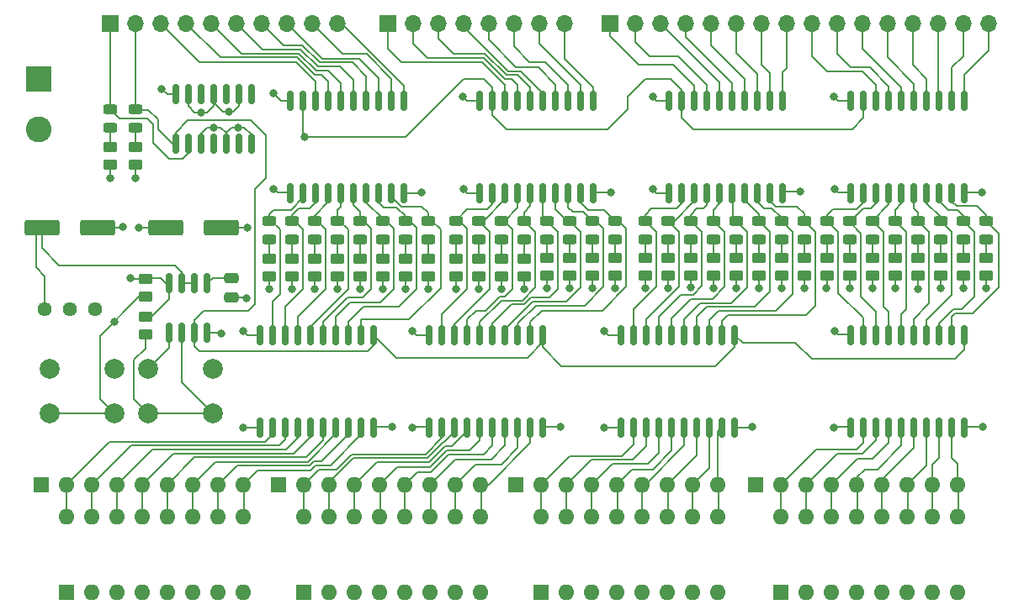
<source format=gbr>
%TF.GenerationSoftware,KiCad,Pcbnew,(6.0.0-0)*%
%TF.CreationDate,2022-03-08T07:21:27-05:00*%
%TF.ProjectId,Module-Tester,4d6f6475-6c65-42d5-9465-737465722e6b,rev?*%
%TF.SameCoordinates,Original*%
%TF.FileFunction,Copper,L1,Top*%
%TF.FilePolarity,Positive*%
%FSLAX46Y46*%
G04 Gerber Fmt 4.6, Leading zero omitted, Abs format (unit mm)*
G04 Created by KiCad (PCBNEW (6.0.0-0)) date 2022-03-08 07:21:27*
%MOMM*%
%LPD*%
G01*
G04 APERTURE LIST*
G04 Aperture macros list*
%AMRoundRect*
0 Rectangle with rounded corners*
0 $1 Rounding radius*
0 $2 $3 $4 $5 $6 $7 $8 $9 X,Y pos of 4 corners*
0 Add a 4 corners polygon primitive as box body*
4,1,4,$2,$3,$4,$5,$6,$7,$8,$9,$2,$3,0*
0 Add four circle primitives for the rounded corners*
1,1,$1+$1,$2,$3*
1,1,$1+$1,$4,$5*
1,1,$1+$1,$6,$7*
1,1,$1+$1,$8,$9*
0 Add four rect primitives between the rounded corners*
20,1,$1+$1,$2,$3,$4,$5,0*
20,1,$1+$1,$4,$5,$6,$7,0*
20,1,$1+$1,$6,$7,$8,$9,0*
20,1,$1+$1,$8,$9,$2,$3,0*%
G04 Aperture macros list end*
%TA.AperFunction,SMDPad,CuDef*%
%ADD10RoundRect,0.250000X-0.450000X0.262500X-0.450000X-0.262500X0.450000X-0.262500X0.450000X0.262500X0*%
%TD*%
%TA.AperFunction,ComponentPad*%
%ADD11R,1.600000X1.600000*%
%TD*%
%TA.AperFunction,ComponentPad*%
%ADD12O,1.600000X1.600000*%
%TD*%
%TA.AperFunction,SMDPad,CuDef*%
%ADD13RoundRect,0.150000X0.150000X-0.875000X0.150000X0.875000X-0.150000X0.875000X-0.150000X-0.875000X0*%
%TD*%
%TA.AperFunction,SMDPad,CuDef*%
%ADD14RoundRect,0.243750X0.456250X-0.243750X0.456250X0.243750X-0.456250X0.243750X-0.456250X-0.243750X0*%
%TD*%
%TA.AperFunction,SMDPad,CuDef*%
%ADD15RoundRect,0.250000X-0.475000X0.250000X-0.475000X-0.250000X0.475000X-0.250000X0.475000X0.250000X0*%
%TD*%
%TA.AperFunction,SMDPad,CuDef*%
%ADD16RoundRect,0.250000X-1.500000X-0.550000X1.500000X-0.550000X1.500000X0.550000X-1.500000X0.550000X0*%
%TD*%
%TA.AperFunction,ComponentPad*%
%ADD17R,1.700000X1.700000*%
%TD*%
%TA.AperFunction,ComponentPad*%
%ADD18O,1.700000X1.700000*%
%TD*%
%TA.AperFunction,ComponentPad*%
%ADD19C,2.000000*%
%TD*%
%TA.AperFunction,SMDPad,CuDef*%
%ADD20RoundRect,0.250000X0.450000X-0.262500X0.450000X0.262500X-0.450000X0.262500X-0.450000X-0.262500X0*%
%TD*%
%TA.AperFunction,ComponentPad*%
%ADD21C,1.440000*%
%TD*%
%TA.AperFunction,ComponentPad*%
%ADD22R,2.600000X2.600000*%
%TD*%
%TA.AperFunction,ComponentPad*%
%ADD23C,2.600000*%
%TD*%
%TA.AperFunction,SMDPad,CuDef*%
%ADD24RoundRect,0.150000X0.150000X-0.825000X0.150000X0.825000X-0.150000X0.825000X-0.150000X-0.825000X0*%
%TD*%
%TA.AperFunction,ViaPad*%
%ADD25C,0.800000*%
%TD*%
%TA.AperFunction,Conductor*%
%ADD26C,0.200000*%
%TD*%
G04 APERTURE END LIST*
D10*
%TO.P,R15,1*%
%TO.N,Net-(D15-Pad1)*%
X154832000Y-97167000D03*
%TO.P,R15,2*%
%TO.N,GND*%
X154832000Y-98992000D03*
%TD*%
D11*
%TO.P,RN3,1,common*%
%TO.N,VCC*%
X175874000Y-120002000D03*
D12*
%TO.P,RN3,2,R1*%
%TO.N,/S23*%
X178414000Y-120002000D03*
%TO.P,RN3,3,R2*%
%TO.N,/S22*%
X180954000Y-120002000D03*
%TO.P,RN3,4,R3*%
%TO.N,/S21*%
X183494000Y-120002000D03*
%TO.P,RN3,5,R4*%
%TO.N,/S20*%
X186034000Y-120002000D03*
%TO.P,RN3,6,R5*%
%TO.N,/S19*%
X188574000Y-120002000D03*
%TO.P,RN3,7,R6*%
%TO.N,/S18*%
X191114000Y-120002000D03*
%TO.P,RN3,8,R7*%
%TO.N,/S17*%
X193654000Y-120002000D03*
%TO.P,RN3,9,R8*%
%TO.N,/S16*%
X196194000Y-120002000D03*
%TD*%
D13*
%TO.P,U4,1,A->B*%
%TO.N,VCC*%
X148101000Y-90616000D03*
%TO.P,U4,2,A0*%
%TO.N,/R15*%
X149371000Y-90616000D03*
%TO.P,U4,3,A1*%
%TO.N,/R14*%
X150641000Y-90616000D03*
%TO.P,U4,4,A2*%
%TO.N,/R13*%
X151911000Y-90616000D03*
%TO.P,U4,5,A3*%
%TO.N,/R12*%
X153181000Y-90616000D03*
%TO.P,U4,6,A4*%
%TO.N,/R11*%
X154451000Y-90616000D03*
%TO.P,U4,7,A5*%
%TO.N,/R10*%
X155721000Y-90616000D03*
%TO.P,U4,8,A6*%
%TO.N,/R9*%
X156991000Y-90616000D03*
%TO.P,U4,9,A7*%
%TO.N,/R8*%
X158261000Y-90616000D03*
%TO.P,U4,10,GND*%
%TO.N,GND*%
X159531000Y-90616000D03*
%TO.P,U4,11,B7*%
%TO.N,D0*%
X159531000Y-81316000D03*
%TO.P,U4,12,B6*%
%TO.N,D1*%
X158261000Y-81316000D03*
%TO.P,U4,13,B5*%
%TO.N,D2*%
X156991000Y-81316000D03*
%TO.P,U4,14,B4*%
%TO.N,D3*%
X155721000Y-81316000D03*
%TO.P,U4,15,B3*%
%TO.N,D4*%
X154451000Y-81316000D03*
%TO.P,U4,16,B2*%
%TO.N,D5*%
X153181000Y-81316000D03*
%TO.P,U4,17,B1*%
%TO.N,D6*%
X151911000Y-81316000D03*
%TO.P,U4,18,B0*%
%TO.N,D7*%
X150641000Y-81316000D03*
%TO.P,U4,19,CE*%
%TO.N,~{OE}*%
X149371000Y-81316000D03*
%TO.P,U4,20,VCC*%
%TO.N,VCC*%
X148101000Y-81316000D03*
%TD*%
D14*
%TO.P,D26,1,K*%
%TO.N,Net-(D26-Pad1)*%
X180740000Y-95285500D03*
%TO.P,D26,2,A*%
%TO.N,/R24*%
X180740000Y-93410500D03*
%TD*%
%TO.P,D17,1,K*%
%TO.N,Net-(D17-Pad1)*%
X159404000Y-95285500D03*
%TO.P,D17,2,A*%
%TO.N,/R9*%
X159404000Y-93410500D03*
%TD*%
D15*
%TO.P,C2,1*%
%TO.N,Net-(C2-Pad1)*%
X123082000Y-99240000D03*
%TO.P,C2,2*%
%TO.N,GND*%
X123082000Y-101140000D03*
%TD*%
D14*
%TO.P,D13,1,K*%
%TO.N,Net-(D13-Pad1)*%
X150260000Y-95285500D03*
%TO.P,D13,2,A*%
%TO.N,/R13*%
X150260000Y-93410500D03*
%TD*%
D13*
%TO.P,U2,1,OE*%
%TO.N,GND*%
X143021000Y-114238000D03*
%TO.P,U2,2,D0*%
%TO.N,/S15*%
X144291000Y-114238000D03*
%TO.P,U2,3,D1*%
%TO.N,/S14*%
X145561000Y-114238000D03*
%TO.P,U2,4,D2*%
%TO.N,/S13*%
X146831000Y-114238000D03*
%TO.P,U2,5,D3*%
%TO.N,/S12*%
X148101000Y-114238000D03*
%TO.P,U2,6,D4*%
%TO.N,/S11*%
X149371000Y-114238000D03*
%TO.P,U2,7,D5*%
%TO.N,/S10*%
X150641000Y-114238000D03*
%TO.P,U2,8,D6*%
%TO.N,/S9*%
X151911000Y-114238000D03*
%TO.P,U2,9,D7*%
%TO.N,/S8*%
X153181000Y-114238000D03*
%TO.P,U2,10,GND*%
%TO.N,GND*%
X154451000Y-114238000D03*
%TO.P,U2,11,Cp*%
%TO.N,CLOCK*%
X154451000Y-104938000D03*
%TO.P,U2,12,Q7*%
%TO.N,/R8*%
X153181000Y-104938000D03*
%TO.P,U2,13,Q6*%
%TO.N,/R9*%
X151911000Y-104938000D03*
%TO.P,U2,14,Q5*%
%TO.N,/R10*%
X150641000Y-104938000D03*
%TO.P,U2,15,Q4*%
%TO.N,/R11*%
X149371000Y-104938000D03*
%TO.P,U2,16,Q3*%
%TO.N,/R12*%
X148101000Y-104938000D03*
%TO.P,U2,17,Q2*%
%TO.N,/R13*%
X146831000Y-104938000D03*
%TO.P,U2,18,Q1*%
%TO.N,/R14*%
X145561000Y-104938000D03*
%TO.P,U2,19,Q0*%
%TO.N,/R15*%
X144291000Y-104938000D03*
%TO.P,U2,20,VCC*%
%TO.N,VCC*%
X143021000Y-104938000D03*
%TD*%
D14*
%TO.P,D3,1,K*%
%TO.N,Net-(D3-Pad1)*%
X126892000Y-95285500D03*
%TO.P,D3,2,A*%
%TO.N,/R7*%
X126892000Y-93410500D03*
%TD*%
D13*
%TO.P,U5,1,OE*%
%TO.N,GND*%
X185439000Y-114238000D03*
%TO.P,U5,2,D0*%
%TO.N,/S23*%
X186709000Y-114238000D03*
%TO.P,U5,3,D1*%
%TO.N,/S22*%
X187979000Y-114238000D03*
%TO.P,U5,4,D2*%
%TO.N,/S21*%
X189249000Y-114238000D03*
%TO.P,U5,5,D3*%
%TO.N,/S20*%
X190519000Y-114238000D03*
%TO.P,U5,6,D4*%
%TO.N,/S19*%
X191789000Y-114238000D03*
%TO.P,U5,7,D5*%
%TO.N,/S18*%
X193059000Y-114238000D03*
%TO.P,U5,8,D6*%
%TO.N,/S17*%
X194329000Y-114238000D03*
%TO.P,U5,9,D7*%
%TO.N,/S16*%
X195599000Y-114238000D03*
%TO.P,U5,10,GND*%
%TO.N,GND*%
X196869000Y-114238000D03*
%TO.P,U5,11,Cp*%
%TO.N,CLOCK*%
X196869000Y-104938000D03*
%TO.P,U5,12,Q7*%
%TO.N,/R16*%
X195599000Y-104938000D03*
%TO.P,U5,13,Q6*%
%TO.N,/R17*%
X194329000Y-104938000D03*
%TO.P,U5,14,Q5*%
%TO.N,/R18*%
X193059000Y-104938000D03*
%TO.P,U5,15,Q4*%
%TO.N,/R19*%
X191789000Y-104938000D03*
%TO.P,U5,16,Q3*%
%TO.N,/R20*%
X190519000Y-104938000D03*
%TO.P,U5,17,Q2*%
%TO.N,/R21*%
X189249000Y-104938000D03*
%TO.P,U5,18,Q1*%
%TO.N,/R22*%
X187979000Y-104938000D03*
%TO.P,U5,19,Q0*%
%TO.N,/R23*%
X186709000Y-104938000D03*
%TO.P,U5,20,VCC*%
%TO.N,VCC*%
X185439000Y-104938000D03*
%TD*%
D16*
%TO.P,C1,1*%
%TO.N,VCC*%
X116472000Y-94094000D03*
%TO.P,C1,2*%
%TO.N,GND*%
X122072000Y-94094000D03*
%TD*%
D17*
%TO.P,J3,1,Pin_1*%
%TO.N,D7*%
X138830000Y-73520000D03*
D18*
%TO.P,J3,2,Pin_2*%
%TO.N,D6*%
X141370000Y-73520000D03*
%TO.P,J3,3,Pin_3*%
%TO.N,D5*%
X143910000Y-73520000D03*
%TO.P,J3,4,Pin_4*%
%TO.N,D4*%
X146450000Y-73520000D03*
%TO.P,J3,5,Pin_5*%
%TO.N,D3*%
X148990000Y-73520000D03*
%TO.P,J3,6,Pin_6*%
%TO.N,D2*%
X151530000Y-73520000D03*
%TO.P,J3,7,Pin_7*%
%TO.N,D1*%
X154070000Y-73520000D03*
%TO.P,J3,8,Pin_8*%
%TO.N,D0*%
X156610000Y-73520000D03*
%TD*%
D11*
%TO.P,SW4,1*%
%TO.N,GND*%
X154299000Y-130881500D03*
D12*
%TO.P,SW4,2*%
X156839000Y-130881500D03*
%TO.P,SW4,3*%
X159379000Y-130881500D03*
%TO.P,SW4,4*%
X161919000Y-130881500D03*
%TO.P,SW4,5*%
X164459000Y-130881500D03*
%TO.P,SW4,6*%
X166999000Y-130881500D03*
%TO.P,SW4,7*%
X169539000Y-130881500D03*
%TO.P,SW4,8*%
X172079000Y-130881500D03*
%TO.P,SW4,9*%
%TO.N,/S24*%
X172079000Y-123261500D03*
%TO.P,SW4,10*%
%TO.N,/S25*%
X169539000Y-123261500D03*
%TO.P,SW4,11*%
%TO.N,/S26*%
X166999000Y-123261500D03*
%TO.P,SW4,12*%
%TO.N,/S27*%
X164459000Y-123261500D03*
%TO.P,SW4,13*%
%TO.N,/S28*%
X161919000Y-123261500D03*
%TO.P,SW4,14*%
%TO.N,/S29*%
X159379000Y-123261500D03*
%TO.P,SW4,15*%
%TO.N,/S30*%
X156839000Y-123261500D03*
%TO.P,SW4,16*%
%TO.N,/S31*%
X154299000Y-123261500D03*
%TD*%
D10*
%TO.P,R36,1*%
%TO.N,VCC*%
X114446000Y-103087500D03*
%TO.P,R36,2*%
%TO.N,Net-(R36-Pad2)*%
X114446000Y-104912500D03*
%TD*%
D14*
%TO.P,D28,1,K*%
%TO.N,Net-(D28-Pad1)*%
X185312000Y-95285500D03*
%TO.P,D28,2,A*%
%TO.N,/R22*%
X185312000Y-93410500D03*
%TD*%
D13*
%TO.P,U6,1,OE*%
%TO.N,GND*%
X162325000Y-114238000D03*
%TO.P,U6,2,D0*%
%TO.N,/S31*%
X163595000Y-114238000D03*
%TO.P,U6,3,D1*%
%TO.N,/S30*%
X164865000Y-114238000D03*
%TO.P,U6,4,D2*%
%TO.N,/S29*%
X166135000Y-114238000D03*
%TO.P,U6,5,D3*%
%TO.N,/S28*%
X167405000Y-114238000D03*
%TO.P,U6,6,D4*%
%TO.N,/S27*%
X168675000Y-114238000D03*
%TO.P,U6,7,D5*%
%TO.N,/S26*%
X169945000Y-114238000D03*
%TO.P,U6,8,D6*%
%TO.N,/S25*%
X171215000Y-114238000D03*
%TO.P,U6,9,D7*%
%TO.N,/S24*%
X172485000Y-114238000D03*
%TO.P,U6,10,GND*%
%TO.N,GND*%
X173755000Y-114238000D03*
%TO.P,U6,11,Cp*%
%TO.N,CLOCK*%
X173755000Y-104938000D03*
%TO.P,U6,12,Q7*%
%TO.N,/R24*%
X172485000Y-104938000D03*
%TO.P,U6,13,Q6*%
%TO.N,/R25*%
X171215000Y-104938000D03*
%TO.P,U6,14,Q5*%
%TO.N,/R26*%
X169945000Y-104938000D03*
%TO.P,U6,15,Q4*%
%TO.N,/R27*%
X168675000Y-104938000D03*
%TO.P,U6,16,Q3*%
%TO.N,/R28*%
X167405000Y-104938000D03*
%TO.P,U6,17,Q2*%
%TO.N,/R29*%
X166135000Y-104938000D03*
%TO.P,U6,18,Q1*%
%TO.N,/R30*%
X164865000Y-104938000D03*
%TO.P,U6,19,Q0*%
%TO.N,/R31*%
X163595000Y-104938000D03*
%TO.P,U6,20,VCC*%
%TO.N,VCC*%
X162325000Y-104938000D03*
%TD*%
D14*
%TO.P,D15,1,K*%
%TO.N,Net-(D15-Pad1)*%
X154832000Y-95285500D03*
%TO.P,D15,2,A*%
%TO.N,/R11*%
X154832000Y-93410500D03*
%TD*%
D11*
%TO.P,SW1,1*%
%TO.N,GND*%
X106522000Y-130881500D03*
D12*
%TO.P,SW1,2*%
X109062000Y-130881500D03*
%TO.P,SW1,3*%
X111602000Y-130881500D03*
%TO.P,SW1,4*%
X114142000Y-130881500D03*
%TO.P,SW1,5*%
X116682000Y-130881500D03*
%TO.P,SW1,6*%
X119222000Y-130881500D03*
%TO.P,SW1,7*%
X121762000Y-130881500D03*
%TO.P,SW1,8*%
X124302000Y-130881500D03*
%TO.P,SW1,9*%
%TO.N,/S0*%
X124302000Y-123261500D03*
%TO.P,SW1,10*%
%TO.N,/S1*%
X121762000Y-123261500D03*
%TO.P,SW1,11*%
%TO.N,/S2*%
X119222000Y-123261500D03*
%TO.P,SW1,12*%
%TO.N,/S3*%
X116682000Y-123261500D03*
%TO.P,SW1,13*%
%TO.N,/S4*%
X114142000Y-123261500D03*
%TO.P,SW1,14*%
%TO.N,/S5*%
X111602000Y-123261500D03*
%TO.P,SW1,15*%
%TO.N,/S6*%
X109062000Y-123261500D03*
%TO.P,SW1,16*%
%TO.N,/S7*%
X106522000Y-123261500D03*
%TD*%
D14*
%TO.P,D18,1,K*%
%TO.N,Net-(D18-Pad1)*%
X161690000Y-95285500D03*
%TO.P,D18,2,A*%
%TO.N,/R8*%
X161690000Y-93410500D03*
%TD*%
D10*
%TO.P,R26,1*%
%TO.N,Net-(D26-Pad1)*%
X180740000Y-97167000D03*
%TO.P,R26,2*%
%TO.N,GND*%
X180740000Y-98992000D03*
%TD*%
%TO.P,R32,1*%
%TO.N,Net-(D32-Pad1)*%
X194456000Y-97167000D03*
%TO.P,R32,2*%
%TO.N,GND*%
X194456000Y-98992000D03*
%TD*%
%TO.P,R27,1*%
%TO.N,Net-(D27-Pad1)*%
X183026000Y-97167000D03*
%TO.P,R27,2*%
%TO.N,GND*%
X183026000Y-98992000D03*
%TD*%
%TO.P,R6,1*%
%TO.N,Net-(D6-Pad1)*%
X133750000Y-97245500D03*
%TO.P,R6,2*%
%TO.N,GND*%
X133750000Y-99070500D03*
%TD*%
D16*
%TO.P,C3,1*%
%TO.N,Net-(RV1-Pad1)*%
X104026000Y-94094000D03*
%TO.P,C3,2*%
%TO.N,GND*%
X109626000Y-94094000D03*
%TD*%
D10*
%TO.P,R19,1*%
%TO.N,Net-(D19-Pad1)*%
X164738000Y-97167000D03*
%TO.P,R19,2*%
%TO.N,GND*%
X164738000Y-98992000D03*
%TD*%
D14*
%TO.P,D1,1,K*%
%TO.N,Net-(D1-Pad1)*%
X110890000Y-84031000D03*
%TO.P,D1,2,A*%
%TO.N,~{CLOCK}*%
X110890000Y-82156000D03*
%TD*%
D10*
%TO.P,R12,1*%
%TO.N,Net-(D12-Pad1)*%
X147974000Y-97245500D03*
%TO.P,R12,2*%
%TO.N,GND*%
X147974000Y-99070500D03*
%TD*%
%TO.P,R1,1*%
%TO.N,Net-(D1-Pad1)*%
X110890000Y-85991000D03*
%TO.P,R1,2*%
%TO.N,GND*%
X110890000Y-87816000D03*
%TD*%
%TO.P,R24,1*%
%TO.N,Net-(D24-Pad1)*%
X176168000Y-97167000D03*
%TO.P,R24,2*%
%TO.N,GND*%
X176168000Y-98992000D03*
%TD*%
D14*
%TO.P,D19,1,K*%
%TO.N,Net-(D19-Pad1)*%
X164738000Y-95285500D03*
%TO.P,D19,2,A*%
%TO.N,/R31*%
X164738000Y-93410500D03*
%TD*%
D19*
%TO.P,SW6,1,1*%
%TO.N,GND*%
X121252000Y-108354000D03*
X114752000Y-108354000D03*
%TO.P,SW6,2,2*%
%TO.N,Net-(R36-Pad2)*%
X114752000Y-112854000D03*
X121252000Y-112854000D03*
%TD*%
D13*
%TO.P,U7,1,A->B*%
%TO.N,VCC*%
X185439000Y-90616000D03*
%TO.P,U7,2,A0*%
%TO.N,/R23*%
X186709000Y-90616000D03*
%TO.P,U7,3,A1*%
%TO.N,/R22*%
X187979000Y-90616000D03*
%TO.P,U7,4,A2*%
%TO.N,/R21*%
X189249000Y-90616000D03*
%TO.P,U7,5,A3*%
%TO.N,/R20*%
X190519000Y-90616000D03*
%TO.P,U7,6,A4*%
%TO.N,/R19*%
X191789000Y-90616000D03*
%TO.P,U7,7,A5*%
%TO.N,/R18*%
X193059000Y-90616000D03*
%TO.P,U7,8,A6*%
%TO.N,/R17*%
X194329000Y-90616000D03*
%TO.P,U7,9,A7*%
%TO.N,/R16*%
X195599000Y-90616000D03*
%TO.P,U7,10,GND*%
%TO.N,GND*%
X196869000Y-90616000D03*
%TO.P,U7,11,B7*%
%TO.N,A0*%
X196869000Y-81316000D03*
%TO.P,U7,12,B6*%
%TO.N,A1*%
X195599000Y-81316000D03*
%TO.P,U7,13,B5*%
%TO.N,A2*%
X194329000Y-81316000D03*
%TO.P,U7,14,B4*%
%TO.N,A3*%
X193059000Y-81316000D03*
%TO.P,U7,15,B3*%
%TO.N,A4*%
X191789000Y-81316000D03*
%TO.P,U7,16,B2*%
%TO.N,A5*%
X190519000Y-81316000D03*
%TO.P,U7,17,B1*%
%TO.N,A6*%
X189249000Y-81316000D03*
%TO.P,U7,18,B0*%
%TO.N,A7*%
X187979000Y-81316000D03*
%TO.P,U7,19,CE*%
%TO.N,~{OE}*%
X186709000Y-81316000D03*
%TO.P,U7,20,VCC*%
%TO.N,VCC*%
X185439000Y-81316000D03*
%TD*%
D19*
%TO.P,SW5,1,A*%
%TO.N,GND*%
X111346000Y-108354000D03*
X104846000Y-108354000D03*
%TO.P,SW5,2,B*%
%TO.N,~{OE}*%
X111346000Y-112854000D03*
X104846000Y-112854000D03*
%TD*%
D10*
%TO.P,R4,1*%
%TO.N,Net-(D4-Pad1)*%
X129178000Y-97245500D03*
%TO.P,R4,2*%
%TO.N,GND*%
X129178000Y-99070500D03*
%TD*%
D14*
%TO.P,D23,1,K*%
%TO.N,Net-(D23-Pad1)*%
X173882000Y-95285500D03*
%TO.P,D23,2,A*%
%TO.N,/R27*%
X173882000Y-93410500D03*
%TD*%
D10*
%TO.P,R5,1*%
%TO.N,Net-(D5-Pad1)*%
X131464000Y-97245500D03*
%TO.P,R5,2*%
%TO.N,GND*%
X131464000Y-99070500D03*
%TD*%
D14*
%TO.P,D2,1,K*%
%TO.N,Net-(D2-Pad1)*%
X113430000Y-84031000D03*
%TO.P,D2,2,A*%
%TO.N,CLOCK*%
X113430000Y-82156000D03*
%TD*%
D20*
%TO.P,R35,1*%
%TO.N,~{OE}*%
X114446000Y-101102500D03*
%TO.P,R35,2*%
%TO.N,VCC*%
X114446000Y-99277500D03*
%TD*%
D10*
%TO.P,R8,1*%
%TO.N,Net-(D8-Pad1)*%
X138322000Y-97245500D03*
%TO.P,R8,2*%
%TO.N,GND*%
X138322000Y-99070500D03*
%TD*%
D14*
%TO.P,D7,1,K*%
%TO.N,Net-(D7-Pad1)*%
X136036000Y-95285500D03*
%TO.P,D7,2,A*%
%TO.N,/R3*%
X136036000Y-93410500D03*
%TD*%
%TO.P,D29,1,K*%
%TO.N,Net-(D29-Pad1)*%
X187598000Y-95285500D03*
%TO.P,D29,2,A*%
%TO.N,/R21*%
X187598000Y-93410500D03*
%TD*%
D10*
%TO.P,R18,1*%
%TO.N,Net-(D18-Pad1)*%
X161690000Y-97167000D03*
%TO.P,R18,2*%
%TO.N,GND*%
X161690000Y-98992000D03*
%TD*%
D14*
%TO.P,D31,1,K*%
%TO.N,Net-(D31-Pad1)*%
X192170000Y-95285500D03*
%TO.P,D31,2,A*%
%TO.N,/R19*%
X192170000Y-93410500D03*
%TD*%
D11*
%TO.P,SW3,1*%
%TO.N,GND*%
X178389000Y-130881500D03*
D12*
%TO.P,SW3,2*%
X180929000Y-130881500D03*
%TO.P,SW3,3*%
X183469000Y-130881500D03*
%TO.P,SW3,4*%
X186009000Y-130881500D03*
%TO.P,SW3,5*%
X188549000Y-130881500D03*
%TO.P,SW3,6*%
X191089000Y-130881500D03*
%TO.P,SW3,7*%
X193629000Y-130881500D03*
%TO.P,SW3,8*%
X196169000Y-130881500D03*
%TO.P,SW3,9*%
%TO.N,/S16*%
X196169000Y-123261500D03*
%TO.P,SW3,10*%
%TO.N,/S17*%
X193629000Y-123261500D03*
%TO.P,SW3,11*%
%TO.N,/S18*%
X191089000Y-123261500D03*
%TO.P,SW3,12*%
%TO.N,/S19*%
X188549000Y-123261500D03*
%TO.P,SW3,13*%
%TO.N,/S20*%
X186009000Y-123261500D03*
%TO.P,SW3,14*%
%TO.N,/S21*%
X183469000Y-123261500D03*
%TO.P,SW3,15*%
%TO.N,/S22*%
X180929000Y-123261500D03*
%TO.P,SW3,16*%
%TO.N,/S23*%
X178389000Y-123261500D03*
%TD*%
D10*
%TO.P,R30,1*%
%TO.N,Net-(D30-Pad1)*%
X189884000Y-97167000D03*
%TO.P,R30,2*%
%TO.N,GND*%
X189884000Y-98992000D03*
%TD*%
D14*
%TO.P,D14,1,K*%
%TO.N,Net-(D14-Pad1)*%
X152546000Y-95285500D03*
%TO.P,D14,2,A*%
%TO.N,/R12*%
X152546000Y-93410500D03*
%TD*%
D10*
%TO.P,R23,1*%
%TO.N,Net-(D23-Pad1)*%
X173882000Y-97167000D03*
%TO.P,R23,2*%
%TO.N,GND*%
X173882000Y-98992000D03*
%TD*%
D14*
%TO.P,D20,1,K*%
%TO.N,Net-(D20-Pad1)*%
X167024000Y-95285500D03*
%TO.P,D20,2,A*%
%TO.N,/R30*%
X167024000Y-93410500D03*
%TD*%
D21*
%TO.P,RV1,1,1*%
%TO.N,Net-(RV1-Pad1)*%
X104301000Y-102297000D03*
%TO.P,RV1,2,2*%
%TO.N,VCC*%
X106841000Y-102297000D03*
%TO.P,RV1,3,3*%
%TO.N,unconnected-(RV1-Pad3)*%
X109381000Y-102297000D03*
%TD*%
D13*
%TO.P,U1,1,OE*%
%TO.N,GND*%
X126003000Y-114238000D03*
%TO.P,U1,2,D0*%
%TO.N,/S7*%
X127273000Y-114238000D03*
%TO.P,U1,3,D1*%
%TO.N,/S6*%
X128543000Y-114238000D03*
%TO.P,U1,4,D2*%
%TO.N,/S5*%
X129813000Y-114238000D03*
%TO.P,U1,5,D3*%
%TO.N,/S4*%
X131083000Y-114238000D03*
%TO.P,U1,6,D4*%
%TO.N,/S3*%
X132353000Y-114238000D03*
%TO.P,U1,7,D5*%
%TO.N,/S2*%
X133623000Y-114238000D03*
%TO.P,U1,8,D6*%
%TO.N,/S1*%
X134893000Y-114238000D03*
%TO.P,U1,9,D7*%
%TO.N,/S0*%
X136163000Y-114238000D03*
%TO.P,U1,10,GND*%
%TO.N,GND*%
X137433000Y-114238000D03*
%TO.P,U1,11,Cp*%
%TO.N,CLOCK*%
X137433000Y-104938000D03*
%TO.P,U1,12,Q7*%
%TO.N,/R0*%
X136163000Y-104938000D03*
%TO.P,U1,13,Q6*%
%TO.N,/R1*%
X134893000Y-104938000D03*
%TO.P,U1,14,Q5*%
%TO.N,/R2*%
X133623000Y-104938000D03*
%TO.P,U1,15,Q4*%
%TO.N,/R3*%
X132353000Y-104938000D03*
%TO.P,U1,16,Q3*%
%TO.N,/R4*%
X131083000Y-104938000D03*
%TO.P,U1,17,Q2*%
%TO.N,/R5*%
X129813000Y-104938000D03*
%TO.P,U1,18,Q1*%
%TO.N,/R6*%
X128543000Y-104938000D03*
%TO.P,U1,19,Q0*%
%TO.N,/R7*%
X127273000Y-104938000D03*
%TO.P,U1,20,VCC*%
%TO.N,VCC*%
X126003000Y-104938000D03*
%TD*%
D14*
%TO.P,D5,1,K*%
%TO.N,Net-(D5-Pad1)*%
X131464000Y-95285500D03*
%TO.P,D5,2,A*%
%TO.N,/R5*%
X131464000Y-93410500D03*
%TD*%
D22*
%TO.P,J1,1,Pin_1*%
%TO.N,VCC*%
X103727000Y-79103000D03*
D23*
%TO.P,J1,2,Pin_2*%
%TO.N,GND*%
X103727000Y-84183000D03*
%TD*%
D24*
%TO.P,U9,1,GND*%
%TO.N,GND*%
X116865000Y-104697000D03*
%TO.P,U9,2,TR*%
%TO.N,Net-(R36-Pad2)*%
X118135000Y-104697000D03*
%TO.P,U9,3,Q*%
%TO.N,CLOCK*%
X119405000Y-104697000D03*
%TO.P,U9,4,R*%
%TO.N,VCC*%
X120675000Y-104697000D03*
%TO.P,U9,5,CV*%
%TO.N,Net-(C2-Pad1)*%
X120675000Y-99747000D03*
%TO.P,U9,6,THR*%
%TO.N,Net-(RV1-Pad1)*%
X119405000Y-99747000D03*
%TO.P,U9,7,DIS*%
X118135000Y-99747000D03*
%TO.P,U9,8,VCC*%
%TO.N,VCC*%
X116865000Y-99747000D03*
%TD*%
D10*
%TO.P,R22,1*%
%TO.N,Net-(D22-Pad1)*%
X171596000Y-97167000D03*
%TO.P,R22,2*%
%TO.N,GND*%
X171596000Y-98992000D03*
%TD*%
D14*
%TO.P,D11,1,K*%
%TO.N,Net-(D11-Pad1)*%
X145688000Y-95285500D03*
%TO.P,D11,2,A*%
%TO.N,/R15*%
X145688000Y-93410500D03*
%TD*%
%TO.P,D21,1,K*%
%TO.N,Net-(D21-Pad1)*%
X169310000Y-95285500D03*
%TO.P,D21,2,A*%
%TO.N,/R29*%
X169310000Y-93410500D03*
%TD*%
%TO.P,D8,1,K*%
%TO.N,Net-(D8-Pad1)*%
X138322000Y-95285500D03*
%TO.P,D8,2,A*%
%TO.N,/R2*%
X138322000Y-93410500D03*
%TD*%
%TO.P,D9,1,K*%
%TO.N,Net-(D9-Pad1)*%
X140608000Y-95285500D03*
%TO.P,D9,2,A*%
%TO.N,/R1*%
X140608000Y-93410500D03*
%TD*%
D17*
%TO.P,J2,1,Pin_1*%
%TO.N,~{CLOCK}*%
X110890000Y-73520000D03*
D18*
%TO.P,J2,2,Pin_2*%
%TO.N,CLOCK*%
X113430000Y-73520000D03*
%TO.P,J2,3,Pin_3*%
%TO.N,CTL7*%
X115970000Y-73520000D03*
%TO.P,J2,4,Pin_4*%
%TO.N,CTL6*%
X118510000Y-73520000D03*
%TO.P,J2,5,Pin_5*%
%TO.N,CTL5*%
X121050000Y-73520000D03*
%TO.P,J2,6,Pin_6*%
%TO.N,CTL4*%
X123590000Y-73520000D03*
%TO.P,J2,7,Pin_7*%
%TO.N,CTL3*%
X126130000Y-73520000D03*
%TO.P,J2,8,Pin_8*%
%TO.N,CTL2*%
X128670000Y-73520000D03*
%TO.P,J2,9,Pin_9*%
%TO.N,CTL1*%
X131210000Y-73520000D03*
%TO.P,J2,10,Pin_10*%
%TO.N,CTL0*%
X133750000Y-73520000D03*
%TD*%
D11*
%TO.P,RN1,1,common*%
%TO.N,VCC*%
X103992000Y-120002000D03*
D12*
%TO.P,RN1,2,R1*%
%TO.N,/S7*%
X106532000Y-120002000D03*
%TO.P,RN1,3,R2*%
%TO.N,/S6*%
X109072000Y-120002000D03*
%TO.P,RN1,4,R3*%
%TO.N,/S5*%
X111612000Y-120002000D03*
%TO.P,RN1,5,R4*%
%TO.N,/S4*%
X114152000Y-120002000D03*
%TO.P,RN1,6,R5*%
%TO.N,/S3*%
X116692000Y-120002000D03*
%TO.P,RN1,7,R6*%
%TO.N,/S2*%
X119232000Y-120002000D03*
%TO.P,RN1,8,R7*%
%TO.N,/S1*%
X121772000Y-120002000D03*
%TO.P,RN1,9,R8*%
%TO.N,/S0*%
X124312000Y-120002000D03*
%TD*%
D10*
%TO.P,R13,1*%
%TO.N,Net-(D13-Pad1)*%
X150260000Y-97245500D03*
%TO.P,R13,2*%
%TO.N,GND*%
X150260000Y-99070500D03*
%TD*%
%TO.P,R9,1*%
%TO.N,Net-(D9-Pad1)*%
X140608000Y-97245500D03*
%TO.P,R9,2*%
%TO.N,GND*%
X140608000Y-99070500D03*
%TD*%
%TO.P,R16,1*%
%TO.N,Net-(D16-Pad1)*%
X157118000Y-97167000D03*
%TO.P,R16,2*%
%TO.N,GND*%
X157118000Y-98992000D03*
%TD*%
D14*
%TO.P,D34,1,K*%
%TO.N,Net-(D34-Pad1)*%
X199028000Y-95285500D03*
%TO.P,D34,2,A*%
%TO.N,/R16*%
X199028000Y-93410500D03*
%TD*%
D10*
%TO.P,R17,1*%
%TO.N,Net-(D17-Pad1)*%
X159404000Y-97167000D03*
%TO.P,R17,2*%
%TO.N,GND*%
X159404000Y-98992000D03*
%TD*%
%TO.P,R33,1*%
%TO.N,Net-(D33-Pad1)*%
X196742000Y-97167000D03*
%TO.P,R33,2*%
%TO.N,GND*%
X196742000Y-98992000D03*
%TD*%
D14*
%TO.P,D27,1,K*%
%TO.N,Net-(D27-Pad1)*%
X183026000Y-95285500D03*
%TO.P,D27,2,A*%
%TO.N,/R23*%
X183026000Y-93410500D03*
%TD*%
D24*
%TO.P,U10,1*%
%TO.N,CLOCK*%
X117494000Y-85647000D03*
%TO.P,U10,2*%
%TO.N,~{CLOCK}*%
X118764000Y-85647000D03*
%TO.P,U10,3*%
%TO.N,GND*%
X120034000Y-85647000D03*
%TO.P,U10,4*%
%TO.N,unconnected-(U10-Pad4)*%
X121304000Y-85647000D03*
%TO.P,U10,5*%
%TO.N,GND*%
X122574000Y-85647000D03*
%TO.P,U10,6*%
%TO.N,unconnected-(U10-Pad6)*%
X123844000Y-85647000D03*
%TO.P,U10,7,GND*%
%TO.N,GND*%
X125114000Y-85647000D03*
%TO.P,U10,8*%
%TO.N,unconnected-(U10-Pad8)*%
X125114000Y-80697000D03*
%TO.P,U10,9*%
%TO.N,GND*%
X123844000Y-80697000D03*
%TO.P,U10,10*%
%TO.N,unconnected-(U10-Pad10)*%
X122574000Y-80697000D03*
%TO.P,U10,11*%
%TO.N,GND*%
X121304000Y-80697000D03*
%TO.P,U10,12*%
%TO.N,unconnected-(U10-Pad12)*%
X120034000Y-80697000D03*
%TO.P,U10,13*%
%TO.N,GND*%
X118764000Y-80697000D03*
%TO.P,U10,14,VCC*%
%TO.N,VCC*%
X117494000Y-80697000D03*
%TD*%
D13*
%TO.P,U3,1,A->B*%
%TO.N,VCC*%
X129051000Y-90616000D03*
%TO.P,U3,2,A0*%
%TO.N,/R7*%
X130321000Y-90616000D03*
%TO.P,U3,3,A1*%
%TO.N,/R6*%
X131591000Y-90616000D03*
%TO.P,U3,4,A2*%
%TO.N,/R5*%
X132861000Y-90616000D03*
%TO.P,U3,5,A3*%
%TO.N,/R4*%
X134131000Y-90616000D03*
%TO.P,U3,6,A4*%
%TO.N,/R3*%
X135401000Y-90616000D03*
%TO.P,U3,7,A5*%
%TO.N,/R2*%
X136671000Y-90616000D03*
%TO.P,U3,8,A6*%
%TO.N,/R1*%
X137941000Y-90616000D03*
%TO.P,U3,9,A7*%
%TO.N,/R0*%
X139211000Y-90616000D03*
%TO.P,U3,10,GND*%
%TO.N,GND*%
X140481000Y-90616000D03*
%TO.P,U3,11,B7*%
%TO.N,CTL0*%
X140481000Y-81316000D03*
%TO.P,U3,12,B6*%
%TO.N,CTL1*%
X139211000Y-81316000D03*
%TO.P,U3,13,B5*%
%TO.N,CTL2*%
X137941000Y-81316000D03*
%TO.P,U3,14,B4*%
%TO.N,CTL3*%
X136671000Y-81316000D03*
%TO.P,U3,15,B3*%
%TO.N,CTL4*%
X135401000Y-81316000D03*
%TO.P,U3,16,B2*%
%TO.N,CTL5*%
X134131000Y-81316000D03*
%TO.P,U3,17,B1*%
%TO.N,CTL6*%
X132861000Y-81316000D03*
%TO.P,U3,18,B0*%
%TO.N,CTL7*%
X131591000Y-81316000D03*
%TO.P,U3,19,CE*%
%TO.N,~{OE}*%
X130321000Y-81316000D03*
%TO.P,U3,20,VCC*%
%TO.N,VCC*%
X129051000Y-81316000D03*
%TD*%
D11*
%TO.P,RN2,1,common*%
%TO.N,VCC*%
X127868000Y-120002000D03*
D12*
%TO.P,RN2,2,R1*%
%TO.N,/S15*%
X130408000Y-120002000D03*
%TO.P,RN2,3,R2*%
%TO.N,/S14*%
X132948000Y-120002000D03*
%TO.P,RN2,4,R3*%
%TO.N,/S13*%
X135488000Y-120002000D03*
%TO.P,RN2,5,R4*%
%TO.N,/S12*%
X138028000Y-120002000D03*
%TO.P,RN2,6,R5*%
%TO.N,/S11*%
X140568000Y-120002000D03*
%TO.P,RN2,7,R6*%
%TO.N,/S10*%
X143108000Y-120002000D03*
%TO.P,RN2,8,R7*%
%TO.N,/S9*%
X145648000Y-120002000D03*
%TO.P,RN2,9,R8*%
%TO.N,/S8*%
X148188000Y-120002000D03*
%TD*%
D14*
%TO.P,D24,1,K*%
%TO.N,Net-(D24-Pad1)*%
X176168000Y-95285500D03*
%TO.P,D24,2,A*%
%TO.N,/R26*%
X176168000Y-93410500D03*
%TD*%
D10*
%TO.P,R14,1*%
%TO.N,Net-(D14-Pad1)*%
X152546000Y-97245500D03*
%TO.P,R14,2*%
%TO.N,GND*%
X152546000Y-99070500D03*
%TD*%
D14*
%TO.P,D25,1,K*%
%TO.N,Net-(D25-Pad1)*%
X178454000Y-95285500D03*
%TO.P,D25,2,A*%
%TO.N,/R25*%
X178454000Y-93410500D03*
%TD*%
%TO.P,D6,1,K*%
%TO.N,Net-(D6-Pad1)*%
X133750000Y-95285500D03*
%TO.P,D6,2,A*%
%TO.N,/R4*%
X133750000Y-93410500D03*
%TD*%
%TO.P,D4,1,K*%
%TO.N,Net-(D4-Pad1)*%
X129178000Y-95285500D03*
%TO.P,D4,2,A*%
%TO.N,/R6*%
X129178000Y-93410500D03*
%TD*%
D13*
%TO.P,U8,1,A->B*%
%TO.N,VCC*%
X167151000Y-90616000D03*
%TO.P,U8,2,A0*%
%TO.N,/R31*%
X168421000Y-90616000D03*
%TO.P,U8,3,A1*%
%TO.N,/R30*%
X169691000Y-90616000D03*
%TO.P,U8,4,A2*%
%TO.N,/R29*%
X170961000Y-90616000D03*
%TO.P,U8,5,A3*%
%TO.N,/R28*%
X172231000Y-90616000D03*
%TO.P,U8,6,A4*%
%TO.N,/R27*%
X173501000Y-90616000D03*
%TO.P,U8,7,A5*%
%TO.N,/R26*%
X174771000Y-90616000D03*
%TO.P,U8,8,A6*%
%TO.N,/R25*%
X176041000Y-90616000D03*
%TO.P,U8,9,A7*%
%TO.N,/R24*%
X177311000Y-90616000D03*
%TO.P,U8,10,GND*%
%TO.N,GND*%
X178581000Y-90616000D03*
%TO.P,U8,11,B7*%
%TO.N,A8*%
X178581000Y-81316000D03*
%TO.P,U8,12,B6*%
%TO.N,A9*%
X177311000Y-81316000D03*
%TO.P,U8,13,B5*%
%TO.N,A10*%
X176041000Y-81316000D03*
%TO.P,U8,14,B4*%
%TO.N,A11*%
X174771000Y-81316000D03*
%TO.P,U8,15,B3*%
%TO.N,A12*%
X173501000Y-81316000D03*
%TO.P,U8,16,B2*%
%TO.N,A13*%
X172231000Y-81316000D03*
%TO.P,U8,17,B1*%
%TO.N,A14*%
X170961000Y-81316000D03*
%TO.P,U8,18,B0*%
%TO.N,A15*%
X169691000Y-81316000D03*
%TO.P,U8,19,CE*%
%TO.N,~{OE}*%
X168421000Y-81316000D03*
%TO.P,U8,20,VCC*%
%TO.N,VCC*%
X167151000Y-81316000D03*
%TD*%
D14*
%TO.P,D12,1,K*%
%TO.N,Net-(D12-Pad1)*%
X147974000Y-95285500D03*
%TO.P,D12,2,A*%
%TO.N,/R14*%
X147974000Y-93410500D03*
%TD*%
D11*
%TO.P,SW2,1*%
%TO.N,GND*%
X130398000Y-130881500D03*
D12*
%TO.P,SW2,2*%
X132938000Y-130881500D03*
%TO.P,SW2,3*%
X135478000Y-130881500D03*
%TO.P,SW2,4*%
X138018000Y-130881500D03*
%TO.P,SW2,5*%
X140558000Y-130881500D03*
%TO.P,SW2,6*%
X143098000Y-130881500D03*
%TO.P,SW2,7*%
X145638000Y-130881500D03*
%TO.P,SW2,8*%
X148178000Y-130881500D03*
%TO.P,SW2,9*%
%TO.N,/S8*%
X148178000Y-123261500D03*
%TO.P,SW2,10*%
%TO.N,/S9*%
X145638000Y-123261500D03*
%TO.P,SW2,11*%
%TO.N,/S10*%
X143098000Y-123261500D03*
%TO.P,SW2,12*%
%TO.N,/S11*%
X140558000Y-123261500D03*
%TO.P,SW2,13*%
%TO.N,/S12*%
X138018000Y-123261500D03*
%TO.P,SW2,14*%
%TO.N,/S13*%
X135478000Y-123261500D03*
%TO.P,SW2,15*%
%TO.N,/S14*%
X132938000Y-123261500D03*
%TO.P,SW2,16*%
%TO.N,/S15*%
X130398000Y-123261500D03*
%TD*%
D17*
%TO.P,J4,1,Pin_1*%
%TO.N,A15*%
X161182000Y-73520000D03*
D18*
%TO.P,J4,2,Pin_2*%
%TO.N,A14*%
X163722000Y-73520000D03*
%TO.P,J4,3,Pin_3*%
%TO.N,A13*%
X166262000Y-73520000D03*
%TO.P,J4,4,Pin_4*%
%TO.N,A12*%
X168802000Y-73520000D03*
%TO.P,J4,5,Pin_5*%
%TO.N,A11*%
X171342000Y-73520000D03*
%TO.P,J4,6,Pin_6*%
%TO.N,A10*%
X173882000Y-73520000D03*
%TO.P,J4,7,Pin_7*%
%TO.N,A9*%
X176422000Y-73520000D03*
%TO.P,J4,8,Pin_8*%
%TO.N,A8*%
X178962000Y-73520000D03*
%TO.P,J4,9,Pin_9*%
%TO.N,A7*%
X181502000Y-73520000D03*
%TO.P,J4,10,Pin_10*%
%TO.N,A6*%
X184042000Y-73520000D03*
%TO.P,J4,11,Pin_11*%
%TO.N,A5*%
X186582000Y-73520000D03*
%TO.P,J4,12,Pin_12*%
%TO.N,A4*%
X189122000Y-73520000D03*
%TO.P,J4,13,Pin_13*%
%TO.N,A3*%
X191662000Y-73520000D03*
%TO.P,J4,14,Pin_14*%
%TO.N,A2*%
X194202000Y-73520000D03*
%TO.P,J4,15,Pin_15*%
%TO.N,A1*%
X196742000Y-73520000D03*
%TO.P,J4,16,Pin_16*%
%TO.N,A0*%
X199282000Y-73520000D03*
%TD*%
D10*
%TO.P,R34,1*%
%TO.N,Net-(D34-Pad1)*%
X199028000Y-97165500D03*
%TO.P,R34,2*%
%TO.N,GND*%
X199028000Y-98990500D03*
%TD*%
%TO.P,R28,1*%
%TO.N,Net-(D28-Pad1)*%
X185312000Y-97167000D03*
%TO.P,R28,2*%
%TO.N,GND*%
X185312000Y-98992000D03*
%TD*%
%TO.P,R20,1*%
%TO.N,Net-(D20-Pad1)*%
X167024000Y-97167000D03*
%TO.P,R20,2*%
%TO.N,GND*%
X167024000Y-98992000D03*
%TD*%
D14*
%TO.P,D30,1,K*%
%TO.N,Net-(D30-Pad1)*%
X189884000Y-95285500D03*
%TO.P,D30,2,A*%
%TO.N,/R20*%
X189884000Y-93410500D03*
%TD*%
D10*
%TO.P,R7,1*%
%TO.N,Net-(D7-Pad1)*%
X136036000Y-97245500D03*
%TO.P,R7,2*%
%TO.N,GND*%
X136036000Y-99070500D03*
%TD*%
%TO.P,R3,1*%
%TO.N,Net-(D3-Pad1)*%
X126892000Y-97245500D03*
%TO.P,R3,2*%
%TO.N,GND*%
X126892000Y-99070500D03*
%TD*%
%TO.P,R2,1*%
%TO.N,Net-(D2-Pad1)*%
X113430000Y-85991000D03*
%TO.P,R2,2*%
%TO.N,GND*%
X113430000Y-87816000D03*
%TD*%
D11*
%TO.P,RN4,1,common*%
%TO.N,VCC*%
X151759000Y-120002000D03*
D12*
%TO.P,RN4,2,R1*%
%TO.N,/S31*%
X154299000Y-120002000D03*
%TO.P,RN4,3,R2*%
%TO.N,/S30*%
X156839000Y-120002000D03*
%TO.P,RN4,4,R3*%
%TO.N,/S29*%
X159379000Y-120002000D03*
%TO.P,RN4,5,R4*%
%TO.N,/S28*%
X161919000Y-120002000D03*
%TO.P,RN4,6,R5*%
%TO.N,/S27*%
X164459000Y-120002000D03*
%TO.P,RN4,7,R6*%
%TO.N,/S26*%
X166999000Y-120002000D03*
%TO.P,RN4,8,R7*%
%TO.N,/S25*%
X169539000Y-120002000D03*
%TO.P,RN4,9,R8*%
%TO.N,/S24*%
X172079000Y-120002000D03*
%TD*%
D14*
%TO.P,D10,1,K*%
%TO.N,Net-(D10-Pad1)*%
X142894000Y-95285500D03*
%TO.P,D10,2,A*%
%TO.N,/R0*%
X142894000Y-93410500D03*
%TD*%
%TO.P,D33,1,K*%
%TO.N,Net-(D33-Pad1)*%
X196742000Y-95285500D03*
%TO.P,D33,2,A*%
%TO.N,/R17*%
X196742000Y-93410500D03*
%TD*%
D10*
%TO.P,R25,1*%
%TO.N,Net-(D25-Pad1)*%
X178454000Y-97167000D03*
%TO.P,R25,2*%
%TO.N,GND*%
X178454000Y-98992000D03*
%TD*%
%TO.P,R31,1*%
%TO.N,Net-(D31-Pad1)*%
X192170000Y-97167000D03*
%TO.P,R31,2*%
%TO.N,GND*%
X192170000Y-98992000D03*
%TD*%
%TO.P,R21,1*%
%TO.N,Net-(D21-Pad1)*%
X169310000Y-97167000D03*
%TO.P,R21,2*%
%TO.N,GND*%
X169310000Y-98992000D03*
%TD*%
%TO.P,R29,1*%
%TO.N,Net-(D29-Pad1)*%
X187598000Y-97167000D03*
%TO.P,R29,2*%
%TO.N,GND*%
X187598000Y-98992000D03*
%TD*%
D14*
%TO.P,D32,1,K*%
%TO.N,Net-(D32-Pad1)*%
X194456000Y-95285500D03*
%TO.P,D32,2,A*%
%TO.N,/R18*%
X194456000Y-93410500D03*
%TD*%
%TO.P,D22,1,K*%
%TO.N,Net-(D22-Pad1)*%
X171596000Y-95285500D03*
%TO.P,D22,2,A*%
%TO.N,/R28*%
X171596000Y-93410500D03*
%TD*%
D10*
%TO.P,R10,1*%
%TO.N,Net-(D10-Pad1)*%
X142894000Y-97245500D03*
%TO.P,R10,2*%
%TO.N,GND*%
X142894000Y-99070500D03*
%TD*%
D14*
%TO.P,D16,1,K*%
%TO.N,Net-(D16-Pad1)*%
X157118000Y-95285500D03*
%TO.P,D16,2,A*%
%TO.N,/R10*%
X157118000Y-93410500D03*
%TD*%
D10*
%TO.P,R11,1*%
%TO.N,Net-(D11-Pad1)*%
X145688000Y-97245500D03*
%TO.P,R11,2*%
%TO.N,GND*%
X145688000Y-99070500D03*
%TD*%
D25*
%TO.N,VCC*%
X146443000Y-90248000D03*
X183773000Y-104528000D03*
X146423000Y-80948000D03*
X127374000Y-80568000D03*
X112922000Y-99174000D03*
X122066000Y-104762000D03*
X116074000Y-80138000D03*
X165493000Y-90248000D03*
X183773000Y-90218000D03*
X160654000Y-104558000D03*
X183753000Y-80938000D03*
X124313000Y-104548000D03*
X165513000Y-80938000D03*
X141323000Y-104578000D03*
X113824000Y-94098000D03*
X127363000Y-90228000D03*
%TO.N,GND*%
X169304000Y-100178000D03*
X141335000Y-114238000D03*
X199024000Y-100248000D03*
X136044000Y-100308000D03*
X192164000Y-100268000D03*
X129174000Y-100318000D03*
X178484000Y-100258000D03*
X183745000Y-114238000D03*
X147974000Y-100288000D03*
X140608000Y-100298000D03*
X157124000Y-100248000D03*
X124744000Y-94088000D03*
X164734000Y-100218000D03*
X126884000Y-100328000D03*
X167024000Y-100218000D03*
X139244000Y-114168000D03*
X120054000Y-82498000D03*
X133754000Y-100318000D03*
X124606000Y-101206000D03*
X185314000Y-100238000D03*
X145688000Y-100298000D03*
X112194000Y-94078000D03*
X183004000Y-100228000D03*
X173884000Y-100248000D03*
X171604000Y-100188000D03*
X180374000Y-90498000D03*
X180734000Y-100258000D03*
X124284000Y-114248000D03*
X121354000Y-84018000D03*
X198674000Y-114178000D03*
X138334000Y-100308000D03*
X196744000Y-100228000D03*
X113434000Y-89098000D03*
X152574000Y-100308000D03*
X131474000Y-100298000D03*
X123764000Y-84028000D03*
X198634000Y-90568000D03*
X142904000Y-100298000D03*
X176184000Y-100228000D03*
X175514000Y-114208000D03*
X160595000Y-114248000D03*
X189884000Y-100258000D03*
X161324000Y-90548000D03*
X110924000Y-89128000D03*
X187584000Y-100248000D03*
X154824000Y-100228000D03*
X194444000Y-100258000D03*
X159414000Y-100228000D03*
X150274000Y-100288000D03*
X156244000Y-114178000D03*
X161694000Y-100218000D03*
X142264000Y-90588000D03*
X122814000Y-82428000D03*
%TO.N,~{OE}*%
X130448000Y-84950000D03*
X111318000Y-103572000D03*
%TD*%
D26*
%TO.N,VCC*%
X141703000Y-104958000D02*
X141323000Y-104578000D01*
X120675000Y-104697000D02*
X122001000Y-104697000D01*
X115104500Y-103087500D02*
X116865000Y-101327000D01*
X122001000Y-104697000D02*
X122066000Y-104762000D01*
X184153000Y-90598000D02*
X183773000Y-90218000D01*
X165893000Y-81318000D02*
X165513000Y-80938000D01*
X129034000Y-90608000D02*
X127743000Y-90608000D01*
X184153000Y-104908000D02*
X183773000Y-104528000D01*
X129051000Y-81316000D02*
X128122000Y-81316000D01*
X142994000Y-104958000D02*
X141703000Y-104958000D01*
X185424000Y-81318000D02*
X184133000Y-81318000D01*
X116543000Y-99747000D02*
X115970000Y-99174000D01*
X161034000Y-104938000D02*
X160654000Y-104558000D01*
X124693000Y-104928000D02*
X124313000Y-104548000D01*
X113828000Y-94094000D02*
X113824000Y-94098000D01*
X117494000Y-80697000D02*
X116633000Y-80697000D01*
X116472000Y-94094000D02*
X113828000Y-94094000D01*
X146823000Y-90628000D02*
X146443000Y-90248000D01*
X116865000Y-99747000D02*
X116543000Y-99747000D01*
X162325000Y-104938000D02*
X161034000Y-104938000D01*
X114446000Y-99277500D02*
X113025500Y-99277500D01*
X184133000Y-81318000D02*
X183753000Y-80938000D01*
X114549500Y-99174000D02*
X114446000Y-99277500D01*
X116865000Y-101327000D02*
X116865000Y-99747000D01*
X127743000Y-90608000D02*
X127363000Y-90228000D01*
X125984000Y-104928000D02*
X124693000Y-104928000D01*
X185444000Y-104908000D02*
X184153000Y-104908000D01*
X114446000Y-103087500D02*
X115104500Y-103087500D01*
X128122000Y-81316000D02*
X127374000Y-80568000D01*
X148114000Y-90628000D02*
X146823000Y-90628000D01*
X115970000Y-99174000D02*
X114549500Y-99174000D01*
X116633000Y-80697000D02*
X116074000Y-80138000D01*
X167184000Y-81318000D02*
X165893000Y-81318000D01*
X167164000Y-90628000D02*
X165873000Y-90628000D01*
X146803000Y-81328000D02*
X146423000Y-80948000D01*
X185444000Y-90598000D02*
X184153000Y-90598000D01*
X113025500Y-99277500D02*
X112922000Y-99174000D01*
X165873000Y-90628000D02*
X165493000Y-90248000D01*
X148094000Y-81328000D02*
X146803000Y-81328000D01*
%TO.N,GND*%
X113430000Y-87816000D02*
X113430000Y-89094000D01*
X185312000Y-98992000D02*
X185312000Y-100236000D01*
X152546000Y-100280000D02*
X152574000Y-100308000D01*
X125114000Y-84768000D02*
X124374000Y-84028000D01*
X161296000Y-90576000D02*
X161324000Y-90548000D01*
X183026000Y-100206000D02*
X183004000Y-100228000D01*
X122574000Y-84578000D02*
X122014000Y-84018000D01*
X150260000Y-100274000D02*
X150274000Y-100288000D01*
X116865000Y-106241000D02*
X114752000Y-108354000D01*
X110890000Y-89094000D02*
X110924000Y-89128000D01*
X124738000Y-94094000D02*
X124744000Y-94088000D01*
X157118000Y-100242000D02*
X157124000Y-100248000D01*
X175486000Y-114236000D02*
X175514000Y-114208000D01*
X162314000Y-114238000D02*
X160605000Y-114238000D01*
X120664000Y-82498000D02*
X121304000Y-81858000D01*
X131464000Y-100288000D02*
X131474000Y-100298000D01*
X112178000Y-94094000D02*
X112194000Y-94078000D01*
X123764000Y-84028000D02*
X123124000Y-84028000D01*
X113430000Y-89094000D02*
X113434000Y-89098000D01*
X192170000Y-98992000D02*
X192170000Y-100262000D01*
X185312000Y-100236000D02*
X185314000Y-100238000D01*
X199028000Y-98990500D02*
X199028000Y-100244000D01*
X119404000Y-82498000D02*
X120664000Y-82498000D01*
X123082000Y-101140000D02*
X124540000Y-101140000D01*
X154461000Y-114206000D02*
X156216000Y-114206000D01*
X120034000Y-84668000D02*
X120684000Y-84018000D01*
X123124000Y-84028000D02*
X122574000Y-84578000D01*
X196851000Y-90596000D02*
X198606000Y-90596000D01*
X123284000Y-82428000D02*
X123844000Y-81868000D01*
X169310000Y-98992000D02*
X169310000Y-100172000D01*
X159404000Y-100218000D02*
X159414000Y-100228000D01*
X161690000Y-98992000D02*
X161690000Y-100214000D01*
X196742000Y-98992000D02*
X196742000Y-100226000D01*
X145688000Y-99070500D02*
X145688000Y-100298000D01*
X133750000Y-100314000D02*
X133754000Y-100318000D01*
X126892000Y-99070500D02*
X126892000Y-100320000D01*
X123844000Y-81868000D02*
X123844000Y-80697000D01*
X124540000Y-101140000D02*
X124606000Y-101206000D01*
X173882000Y-100246000D02*
X173884000Y-100248000D01*
X196891000Y-114206000D02*
X198646000Y-114206000D01*
X198646000Y-114206000D02*
X198674000Y-114178000D01*
X140608000Y-99070500D02*
X140608000Y-100298000D01*
X118764000Y-80697000D02*
X118764000Y-81858000D01*
X178454000Y-100228000D02*
X178484000Y-100258000D01*
X126003000Y-114238000D02*
X124294000Y-114238000D01*
X133750000Y-99070500D02*
X133750000Y-100314000D01*
X173882000Y-98992000D02*
X173882000Y-100246000D01*
X125114000Y-85647000D02*
X125114000Y-84768000D01*
X198606000Y-90596000D02*
X198634000Y-90568000D01*
X157118000Y-98992000D02*
X157118000Y-100242000D01*
X171596000Y-98992000D02*
X171596000Y-100180000D01*
X176168000Y-100212000D02*
X176184000Y-100228000D01*
X121304000Y-81858000D02*
X121304000Y-80697000D01*
X160605000Y-114238000D02*
X160595000Y-114248000D01*
X154832000Y-100220000D02*
X154824000Y-100228000D01*
X118764000Y-81858000D02*
X119404000Y-82498000D01*
X122574000Y-84578000D02*
X122574000Y-85647000D01*
X185464000Y-114228000D02*
X183755000Y-114228000D01*
X194456000Y-100246000D02*
X194444000Y-100258000D01*
X156216000Y-114206000D02*
X156244000Y-114178000D01*
X176168000Y-98992000D02*
X176168000Y-100212000D01*
X129178000Y-100314000D02*
X129174000Y-100318000D01*
X116865000Y-104697000D02*
X116865000Y-106241000D01*
X178591000Y-90526000D02*
X180346000Y-90526000D01*
X142236000Y-90616000D02*
X142264000Y-90588000D01*
X120034000Y-85647000D02*
X120034000Y-84668000D01*
X122014000Y-84018000D02*
X121354000Y-84018000D01*
X139216000Y-114196000D02*
X139244000Y-114168000D01*
X180740000Y-100252000D02*
X180734000Y-100258000D01*
X124374000Y-84028000D02*
X123764000Y-84028000D01*
X183026000Y-98992000D02*
X183026000Y-100206000D01*
X120684000Y-84018000D02*
X121354000Y-84018000D01*
X194456000Y-98992000D02*
X194456000Y-100246000D01*
X109626000Y-94094000D02*
X112178000Y-94094000D01*
X187598000Y-98992000D02*
X187598000Y-100234000D01*
X110890000Y-87816000D02*
X110890000Y-89094000D01*
X180740000Y-98992000D02*
X180740000Y-100252000D01*
X142894000Y-99070500D02*
X142894000Y-100288000D01*
X136036000Y-100300000D02*
X136044000Y-100308000D01*
X169310000Y-100172000D02*
X169304000Y-100178000D01*
X124294000Y-114238000D02*
X124284000Y-114248000D01*
X121304000Y-80697000D02*
X121304000Y-81498000D01*
X136036000Y-99070500D02*
X136036000Y-100300000D01*
X154832000Y-98992000D02*
X154832000Y-100220000D01*
X122072000Y-94094000D02*
X124738000Y-94094000D01*
X122234000Y-82428000D02*
X123284000Y-82428000D01*
X189884000Y-98992000D02*
X189884000Y-100258000D01*
X142894000Y-100288000D02*
X142904000Y-100298000D01*
X178454000Y-98992000D02*
X178454000Y-100228000D01*
X192170000Y-100262000D02*
X192164000Y-100268000D01*
X159404000Y-98992000D02*
X159404000Y-100218000D01*
X180346000Y-90526000D02*
X180374000Y-90498000D01*
X183755000Y-114228000D02*
X183745000Y-114238000D01*
X131464000Y-99070500D02*
X131464000Y-100288000D01*
X196742000Y-100226000D02*
X196744000Y-100228000D01*
X171596000Y-100180000D02*
X171604000Y-100188000D01*
X143054000Y-114228000D02*
X141345000Y-114228000D01*
X129178000Y-99070500D02*
X129178000Y-100314000D01*
X147974000Y-99070500D02*
X147974000Y-100288000D01*
X187598000Y-100234000D02*
X187584000Y-100248000D01*
X138322000Y-99070500D02*
X138322000Y-100296000D01*
X167024000Y-98992000D02*
X167024000Y-100218000D01*
X126892000Y-100320000D02*
X126884000Y-100328000D01*
X164738000Y-100214000D02*
X164734000Y-100218000D01*
X141345000Y-114228000D02*
X141335000Y-114238000D01*
X138322000Y-100296000D02*
X138334000Y-100308000D01*
X161690000Y-100214000D02*
X161694000Y-100218000D01*
X137461000Y-114196000D02*
X139216000Y-114196000D01*
X159541000Y-90576000D02*
X161296000Y-90576000D01*
X164738000Y-98992000D02*
X164738000Y-100214000D01*
X121304000Y-81498000D02*
X122234000Y-82428000D01*
X173731000Y-114236000D02*
X175486000Y-114236000D01*
X150260000Y-99070500D02*
X150260000Y-100274000D01*
X199028000Y-100244000D02*
X199024000Y-100248000D01*
X152546000Y-99070500D02*
X152546000Y-100280000D01*
X140481000Y-90616000D02*
X142236000Y-90616000D01*
%TO.N,Net-(C2-Pad1)*%
X121248000Y-99174000D02*
X123016000Y-99174000D01*
X120675000Y-99747000D02*
X121248000Y-99174000D01*
X123016000Y-99174000D02*
X123082000Y-99240000D01*
%TO.N,Net-(RV1-Pad1)*%
X118135000Y-98599000D02*
X117454000Y-97918000D01*
X119405000Y-99747000D02*
X118135000Y-99747000D01*
X104301000Y-98995000D02*
X103444000Y-98138000D01*
X117454000Y-97918000D02*
X105744000Y-97918000D01*
X104301000Y-102297000D02*
X104301000Y-98995000D01*
X105744000Y-97918000D02*
X104026000Y-96200000D01*
X103444000Y-98138000D02*
X103444000Y-94676000D01*
X118135000Y-99747000D02*
X118135000Y-98599000D01*
X103444000Y-94676000D02*
X104026000Y-94094000D01*
X104026000Y-96200000D02*
X104026000Y-94094000D01*
%TO.N,CTL7*%
X115970000Y-73520000D02*
X119868000Y-77418000D01*
X119868000Y-77418000D02*
X129624000Y-77418000D01*
X129624000Y-77418000D02*
X131591000Y-79385000D01*
X131591000Y-79385000D02*
X131591000Y-81316000D01*
%TO.N,CTL6*%
X129748994Y-76978000D02*
X131478994Y-78708000D01*
X131478994Y-78708000D02*
X132184000Y-78708000D01*
X132184000Y-78708000D02*
X132861000Y-79385000D01*
X121968000Y-76978000D02*
X129748994Y-76978000D01*
X132861000Y-79385000D02*
X132861000Y-81316000D01*
X118510000Y-73520000D02*
X121968000Y-76978000D01*
%TO.N,CTL5*%
X121050000Y-73520000D02*
X124108489Y-76578489D01*
X132844489Y-78308489D02*
X134131000Y-79595000D01*
X129914477Y-76578489D02*
X131644477Y-78308489D01*
X131644477Y-78308489D02*
X132844489Y-78308489D01*
X134131000Y-79595000D02*
X134131000Y-81316000D01*
X124108489Y-76578489D02*
X129914477Y-76578489D01*
%TO.N,CTL4*%
X123590000Y-73520000D02*
X126248978Y-76178978D01*
X126248978Y-76178978D02*
X130079960Y-76178978D01*
X131809960Y-77908978D02*
X134064978Y-77908978D01*
X135401000Y-79245000D02*
X135401000Y-81316000D01*
X134064978Y-77908978D02*
X135401000Y-79245000D01*
X130079960Y-76178978D02*
X131809960Y-77908978D01*
%TO.N,CTL3*%
X136671000Y-78865000D02*
X136671000Y-81316000D01*
X128389467Y-75779467D02*
X130245448Y-75779467D01*
X131953981Y-77488000D02*
X135294000Y-77488000D01*
X126130000Y-73520000D02*
X128389467Y-75779467D01*
X130245448Y-75779467D02*
X131953981Y-77488000D01*
X135294000Y-77488000D02*
X136671000Y-78865000D01*
%TO.N,CTL2*%
X132228000Y-77078000D02*
X136004000Y-77078000D01*
X128670000Y-73520000D02*
X132228000Y-77078000D01*
X137941000Y-79015000D02*
X137941000Y-81316000D01*
X136004000Y-77078000D02*
X137941000Y-79015000D01*
%TO.N,CTL1*%
X136699006Y-76628000D02*
X139211000Y-79139994D01*
X131210000Y-73520000D02*
X134318000Y-76628000D01*
X139211000Y-79139994D02*
X139211000Y-81316000D01*
X134318000Y-76628000D02*
X136699006Y-76628000D01*
%TO.N,CTL0*%
X140481000Y-79845000D02*
X140481000Y-81316000D01*
X134156000Y-73520000D02*
X140481000Y-79845000D01*
X133750000Y-73520000D02*
X134156000Y-73520000D01*
%TO.N,D7*%
X138830000Y-76094000D02*
X140194000Y-77458000D01*
X148354000Y-77458000D02*
X150641000Y-79745000D01*
X150641000Y-79745000D02*
X150641000Y-81316000D01*
X140194000Y-77458000D02*
X148354000Y-77458000D01*
X138830000Y-73520000D02*
X138830000Y-76094000D01*
%TO.N,D6*%
X141370000Y-73520000D02*
X141370000Y-75594000D01*
X141370000Y-75594000D02*
X142834489Y-77058489D01*
X142834489Y-77058489D02*
X148519482Y-77058489D01*
X151284000Y-79148000D02*
X151911000Y-79775000D01*
X150608993Y-79148000D02*
X151284000Y-79148000D01*
X151911000Y-79775000D02*
X151911000Y-81316000D01*
X148519482Y-77058489D02*
X150608993Y-79148000D01*
%TO.N,D5*%
X143910000Y-75034000D02*
X143910000Y-73520000D01*
X145474000Y-76598000D02*
X143910000Y-75034000D01*
X148623988Y-76598000D02*
X145474000Y-76598000D01*
X153181000Y-80004985D02*
X151923034Y-78747021D01*
X153181000Y-81316000D02*
X153181000Y-80004985D01*
X150773009Y-78747021D02*
X148623988Y-76598000D01*
X151923034Y-78747021D02*
X150773009Y-78747021D01*
%TO.N,D4*%
X154451000Y-80539994D02*
X154451000Y-81316000D01*
X152258516Y-78347510D02*
X154451000Y-80539994D01*
X146450000Y-73520000D02*
X146450000Y-73859009D01*
X150938501Y-78347510D02*
X152258516Y-78347510D01*
X146450000Y-73859009D02*
X150938501Y-78347510D01*
%TO.N,D3*%
X155721000Y-79695000D02*
X155721000Y-81316000D01*
X148990000Y-75184000D02*
X151753990Y-77947990D01*
X151753990Y-77947990D02*
X153973990Y-77947990D01*
X153973990Y-77947990D02*
X155721000Y-79695000D01*
X148990000Y-73520000D02*
X148990000Y-75184000D01*
%TO.N,D2*%
X154654000Y-77438000D02*
X156991000Y-79775000D01*
X151530000Y-73520000D02*
X151530000Y-75854000D01*
X156991000Y-79775000D02*
X156991000Y-81316000D01*
X153114000Y-77438000D02*
X154654000Y-77438000D01*
X151530000Y-75854000D02*
X153114000Y-77438000D01*
%TO.N,D1*%
X158261000Y-79775000D02*
X158261000Y-81316000D01*
X154070000Y-73520000D02*
X154070000Y-75584000D01*
X154070000Y-75584000D02*
X158261000Y-79775000D01*
%TO.N,D0*%
X156610000Y-73520000D02*
X156610000Y-77094000D01*
X156610000Y-77094000D02*
X159531000Y-80015000D01*
X159531000Y-80015000D02*
X159531000Y-81316000D01*
%TO.N,CLOCK*%
X174555000Y-105738000D02*
X179874000Y-105738000D01*
X173755000Y-104938000D02*
X174555000Y-105738000D01*
X117153000Y-85647000D02*
X115704000Y-84198000D01*
X126594000Y-84838000D02*
X125074499Y-83318499D01*
X137433000Y-105969000D02*
X136814000Y-106588000D01*
X125074499Y-83318499D02*
X118743501Y-83318499D01*
X171804000Y-108068000D02*
X173755000Y-106117000D01*
X115704000Y-83218000D02*
X114724000Y-82238000D01*
X137433000Y-104938000D02*
X139713000Y-107218000D01*
X181484000Y-107348000D02*
X195904000Y-107348000D01*
X179874000Y-105738000D02*
X181484000Y-107348000D01*
X117494000Y-85647000D02*
X117153000Y-85647000D01*
X154451000Y-104938000D02*
X154451000Y-106185000D01*
X154451000Y-105671000D02*
X154451000Y-104938000D01*
X139713000Y-107218000D02*
X152904000Y-107218000D01*
X152904000Y-107218000D02*
X154451000Y-105671000D01*
X118743501Y-83318499D02*
X117494000Y-84568000D01*
X113512000Y-82238000D02*
X113430000Y-82156000D01*
X154451000Y-106185000D02*
X156334000Y-108068000D01*
X196869000Y-106383000D02*
X196869000Y-104938000D01*
X136814000Y-106588000D02*
X119924000Y-106588000D01*
X119924000Y-106588000D02*
X119405000Y-106069000D01*
X173755000Y-106117000D02*
X173755000Y-104938000D01*
X114724000Y-82238000D02*
X113512000Y-82238000D01*
X119405000Y-103417000D02*
X120274000Y-102548000D01*
X195904000Y-107348000D02*
X196869000Y-106383000D01*
X156334000Y-108068000D02*
X171804000Y-108068000D01*
X126594000Y-89098000D02*
X126594000Y-84838000D01*
X119405000Y-106069000D02*
X119405000Y-104697000D01*
X120274000Y-102548000D02*
X124784000Y-102548000D01*
X137433000Y-104938000D02*
X137433000Y-105969000D01*
X125474000Y-90218000D02*
X126594000Y-89098000D01*
X125474000Y-101858000D02*
X125474000Y-90218000D01*
X113430000Y-73520000D02*
X113430000Y-82156000D01*
X115704000Y-84198000D02*
X115704000Y-83218000D01*
X117494000Y-84568000D02*
X117494000Y-85647000D01*
X124784000Y-102548000D02*
X125474000Y-101858000D01*
X119405000Y-104697000D02*
X119405000Y-103417000D01*
%TO.N,A15*%
X161182000Y-73520000D02*
X161182000Y-74806000D01*
X161182000Y-74806000D02*
X164044000Y-77668000D01*
X167524000Y-77668000D02*
X169691000Y-79835000D01*
X164044000Y-77668000D02*
X167524000Y-77668000D01*
X169691000Y-79835000D02*
X169691000Y-81316000D01*
%TO.N,A14*%
X168084000Y-76848000D02*
X170961000Y-79725000D01*
X170961000Y-79725000D02*
X170961000Y-81316000D01*
X165194000Y-76848000D02*
X168084000Y-76848000D01*
X163722000Y-75376000D02*
X165194000Y-76848000D01*
X163722000Y-73520000D02*
X163722000Y-75376000D01*
%TO.N,A13*%
X172231000Y-79489000D02*
X172231000Y-81316000D01*
X166262000Y-73520000D02*
X172231000Y-79489000D01*
%TO.N,A12*%
X168802000Y-73520000D02*
X168802000Y-74876000D01*
X168802000Y-74876000D02*
X173501000Y-79575000D01*
X173501000Y-79575000D02*
X173501000Y-81316000D01*
%TO.N,A11*%
X174771000Y-79165000D02*
X174771000Y-81316000D01*
X171342000Y-75736000D02*
X174771000Y-79165000D01*
X171342000Y-73520000D02*
X171342000Y-75736000D01*
%TO.N,A10*%
X173882000Y-76496000D02*
X176041000Y-78655000D01*
X176041000Y-78655000D02*
X176041000Y-81316000D01*
X173882000Y-73520000D02*
X173882000Y-76496000D01*
%TO.N,A9*%
X176422000Y-73520000D02*
X176422000Y-77666000D01*
X176422000Y-77666000D02*
X177311000Y-78555000D01*
X177311000Y-78555000D02*
X177311000Y-81316000D01*
%TO.N,A8*%
X178962000Y-78060000D02*
X178581000Y-78441000D01*
X178581000Y-78441000D02*
X178581000Y-81316000D01*
X178962000Y-73520000D02*
X178962000Y-78060000D01*
%TO.N,A7*%
X181502000Y-73520000D02*
X181502000Y-76826000D01*
X187979000Y-79763000D02*
X187979000Y-81316000D01*
X181502000Y-76826000D02*
X183064000Y-78388000D01*
X183064000Y-78388000D02*
X186604000Y-78388000D01*
X186604000Y-78388000D02*
X187979000Y-79763000D01*
%TO.N,A6*%
X189249000Y-81316000D02*
X189249000Y-79893000D01*
X189249000Y-79893000D02*
X187334000Y-77978000D01*
X185434000Y-77978000D02*
X184042000Y-76586000D01*
X184042000Y-76586000D02*
X184042000Y-73520000D01*
X187334000Y-77978000D02*
X185434000Y-77978000D01*
%TO.N,A5*%
X186582000Y-76086000D02*
X190519000Y-80023000D01*
X190519000Y-80023000D02*
X190519000Y-81316000D01*
X186582000Y-73520000D02*
X186582000Y-76086000D01*
%TO.N,A4*%
X191789000Y-79623000D02*
X191789000Y-81316000D01*
X189122000Y-73520000D02*
X189122000Y-76956000D01*
X189122000Y-76956000D02*
X191789000Y-79623000D01*
%TO.N,A3*%
X191662000Y-73520000D02*
X191662000Y-77726000D01*
X191662000Y-77726000D02*
X193059000Y-79123000D01*
X193059000Y-79123000D02*
X193059000Y-81316000D01*
%TO.N,A2*%
X194202000Y-81189000D02*
X194329000Y-81316000D01*
X194202000Y-73520000D02*
X194202000Y-81189000D01*
%TO.N,A1*%
X196742000Y-76820000D02*
X195599000Y-77963000D01*
X195599000Y-77963000D02*
X195599000Y-81316000D01*
X196742000Y-73520000D02*
X196742000Y-76820000D01*
%TO.N,A0*%
X199282000Y-73520000D02*
X199282000Y-76300000D01*
X196869000Y-78713000D02*
X196869000Y-81316000D01*
X199282000Y-76300000D02*
X196869000Y-78713000D01*
%TO.N,~{CLOCK}*%
X118154000Y-87198000D02*
X118764000Y-86588000D01*
X118764000Y-86588000D02*
X118764000Y-85647000D01*
X115244000Y-85608000D02*
X116834000Y-87198000D01*
X110890000Y-82156000D02*
X111842000Y-83108000D01*
X116834000Y-87198000D02*
X118154000Y-87198000D01*
X115244000Y-83678000D02*
X115244000Y-85608000D01*
X111842000Y-83108000D02*
X114674000Y-83108000D01*
X110890000Y-82156000D02*
X110890000Y-73520000D01*
X114674000Y-83108000D02*
X115244000Y-83678000D01*
%TO.N,~{OE}*%
X146450000Y-79108000D02*
X140608000Y-84950000D01*
X150768000Y-84188000D02*
X149371000Y-82791000D01*
X140608000Y-84950000D02*
X130448000Y-84950000D01*
X168421000Y-80251000D02*
X167278000Y-79108000D01*
X148482000Y-79108000D02*
X146450000Y-79108000D01*
X186709000Y-83045000D02*
X185566000Y-84188000D01*
X162960000Y-82156000D02*
X160928000Y-84188000D01*
X149371000Y-81316000D02*
X149371000Y-79997000D01*
X109874000Y-111382000D02*
X111346000Y-112854000D01*
X130321000Y-84823000D02*
X130448000Y-84950000D01*
X167278000Y-79108000D02*
X164738000Y-79108000D01*
X130321000Y-81316000D02*
X130321000Y-84823000D01*
X109874000Y-105016000D02*
X109874000Y-111382000D01*
X149371000Y-79997000D02*
X148482000Y-79108000D01*
X164738000Y-79108000D02*
X162960000Y-80886000D01*
X111346000Y-112854000D02*
X104846000Y-112854000D01*
X162960000Y-80886000D02*
X162960000Y-82156000D01*
X185566000Y-84188000D02*
X169564000Y-84188000D01*
X186709000Y-81316000D02*
X186709000Y-83045000D01*
X168421000Y-81316000D02*
X168421000Y-80251000D01*
X114446000Y-101102500D02*
X113787500Y-101102500D01*
X149371000Y-82791000D02*
X149371000Y-81316000D01*
X169564000Y-84188000D02*
X168421000Y-83045000D01*
X113787500Y-101102500D02*
X109874000Y-105016000D01*
X160928000Y-84188000D02*
X150768000Y-84188000D01*
X168421000Y-83045000D02*
X168421000Y-81316000D01*
%TO.N,/S0*%
X124342000Y-123021250D02*
X124342000Y-119771750D01*
X133076518Y-118078489D02*
X136163000Y-114992007D01*
X125747482Y-118566518D02*
X131064489Y-118566518D01*
X131064489Y-118566518D02*
X131552518Y-118078489D01*
X131552518Y-118078489D02*
X133076518Y-118078489D01*
X136163000Y-114992007D02*
X136163000Y-114238000D01*
X124312000Y-120002000D02*
X125747482Y-118566518D01*
%TO.N,/S1*%
X121782000Y-123040000D02*
X121782000Y-119790500D01*
X130955689Y-118110324D02*
X131387036Y-117678978D01*
X132149035Y-117678978D02*
X134893000Y-114935013D01*
X121772000Y-120002000D02*
X123663676Y-118110324D01*
X123663676Y-118110324D02*
X130955689Y-118110324D01*
X131387036Y-117678978D02*
X132149035Y-117678978D01*
X134893000Y-114935013D02*
X134893000Y-114238000D01*
%TO.N,/S2*%
X130790205Y-117710814D02*
X121523186Y-117710814D01*
X133623000Y-114878019D02*
X130790205Y-117710814D01*
X119252000Y-123132000D02*
X119252000Y-119882500D01*
X121523186Y-117710814D02*
X119232000Y-120002000D01*
X133623000Y-114238000D02*
X133623000Y-114878019D01*
%TO.N,/S3*%
X132353000Y-115557000D02*
X132353000Y-114238000D01*
X116692000Y-123150750D02*
X116692000Y-119901250D01*
X130627926Y-117282074D02*
X132353000Y-115557000D01*
X119411926Y-117282074D02*
X130627926Y-117282074D01*
X116692000Y-120002000D02*
X119411926Y-117282074D01*
%TO.N,/S4*%
X114152000Y-120002000D02*
X117271468Y-116882532D01*
X131083000Y-115176000D02*
X131083000Y-114238000D01*
X117271468Y-116882532D02*
X129376468Y-116882532D01*
X114172000Y-123132000D02*
X114172000Y-119882500D01*
X129376468Y-116882532D02*
X131083000Y-115176000D01*
%TO.N,/S5*%
X115130979Y-116483021D02*
X128632979Y-116483021D01*
X128632979Y-116483021D02*
X129813000Y-115303000D01*
X129813000Y-115303000D02*
X129813000Y-114238000D01*
X111612000Y-123150750D02*
X111612000Y-119901250D01*
X111612000Y-120002000D02*
X115130979Y-116483021D01*
%TO.N,/S6*%
X112990490Y-116083510D02*
X127959497Y-116083510D01*
X109072000Y-120002000D02*
X112990490Y-116083510D01*
X109082000Y-123242750D02*
X109082000Y-119993250D01*
X128543000Y-115500007D02*
X128543000Y-114238000D01*
X127959497Y-116083510D02*
X128543000Y-115500007D01*
%TO.N,/S7*%
X126524013Y-115684000D02*
X127273000Y-114935013D01*
X106522000Y-123261500D02*
X106522000Y-120012000D01*
X127273000Y-114935013D02*
X127273000Y-114238000D01*
X110850000Y-115684000D02*
X126524013Y-115684000D01*
X106532000Y-120002000D02*
X110850000Y-115684000D01*
%TO.N,/S8*%
X148188000Y-120002000D02*
X148990000Y-120002000D01*
X153181000Y-115811000D02*
X153181000Y-114238000D01*
X148990000Y-120002000D02*
X153181000Y-115811000D01*
X148228000Y-123164500D02*
X148228000Y-119915000D01*
%TO.N,/S9*%
X147680000Y-117970000D02*
X150260000Y-117970000D01*
X145648000Y-120002000D02*
X147680000Y-117970000D01*
X150260000Y-117970000D02*
X151911000Y-116319000D01*
X145668000Y-123183250D02*
X145668000Y-119933750D01*
X151911000Y-116319000D02*
X151911000Y-114238000D01*
%TO.N,/S10*%
X145648000Y-117462000D02*
X149244000Y-117462000D01*
X143108000Y-120002000D02*
X145648000Y-117462000D01*
X143138000Y-123275250D02*
X143138000Y-120025750D01*
X149244000Y-117462000D02*
X150641000Y-116065000D01*
X150641000Y-116065000D02*
X150641000Y-114238000D01*
%TO.N,/S11*%
X144926000Y-116954000D02*
X143148000Y-118732000D01*
X149371000Y-114238000D02*
X149371000Y-116065000D01*
X143148000Y-118732000D02*
X141838000Y-118732000D01*
X149371000Y-116065000D02*
X148482000Y-116954000D01*
X148482000Y-116954000D02*
X144926000Y-116954000D01*
X140578000Y-123294000D02*
X140578000Y-120044500D01*
X141838000Y-118732000D02*
X140568000Y-120002000D01*
%TO.N,/S12*%
X147103511Y-116554489D02*
X148101000Y-115557000D01*
X139806000Y-118224000D02*
X143091007Y-118224000D01*
X148101000Y-115557000D02*
X148101000Y-114238000D01*
X144760518Y-116554489D02*
X147103511Y-116554489D01*
X138028000Y-120002000D02*
X139806000Y-118224000D01*
X143091007Y-118224000D02*
X144760518Y-116554489D01*
X138058000Y-123275250D02*
X138058000Y-120025750D01*
%TO.N,/S13*%
X142996990Y-117753022D02*
X144595036Y-116154978D01*
X145304738Y-116154979D02*
X146831000Y-114628717D01*
X135498000Y-123294000D02*
X135498000Y-120044500D01*
X137736978Y-117753022D02*
X142996990Y-117753022D01*
X146831000Y-114628717D02*
X146831000Y-114238000D01*
X135488000Y-120002000D02*
X137736978Y-117753022D01*
X144595036Y-116154978D02*
X145304738Y-116154979D01*
%TO.N,/S14*%
X142831508Y-117353510D02*
X144429554Y-115755467D01*
X144429554Y-115755467D02*
X144486544Y-115755468D01*
X135382490Y-117353510D02*
X142831508Y-117353510D01*
X132948000Y-119788000D02*
X135382490Y-117353510D01*
X132968000Y-123386000D02*
X132968000Y-120136500D01*
X144486544Y-115755468D02*
X145561000Y-114681012D01*
X132948000Y-120002000D02*
X132948000Y-119788000D01*
X145561000Y-114681012D02*
X145561000Y-114238000D01*
%TO.N,/S15*%
X144291000Y-114238000D02*
X144291000Y-115329024D01*
X142666024Y-116954000D02*
X135217006Y-116954000D01*
X131932000Y-118478000D02*
X130408000Y-120002000D01*
X133693006Y-118478000D02*
X131932000Y-118478000D01*
X130408000Y-123404750D02*
X130408000Y-120155250D01*
X135217006Y-116954000D02*
X133693006Y-118478000D01*
X144291000Y-115329024D02*
X142666024Y-116954000D01*
%TO.N,/S16*%
X195599000Y-114238000D02*
X195599000Y-117335000D01*
X196234000Y-122910500D02*
X196234000Y-119661000D01*
X195599000Y-117335000D02*
X196194000Y-117930000D01*
X196194000Y-117930000D02*
X196194000Y-120002000D01*
%TO.N,/S17*%
X194329000Y-117292000D02*
X194329000Y-114238000D01*
X193654000Y-117967000D02*
X194329000Y-117292000D01*
X193674000Y-122929250D02*
X193674000Y-119679750D01*
X193654000Y-120002000D02*
X193654000Y-117967000D01*
%TO.N,/S18*%
X191144000Y-123021250D02*
X191144000Y-119771750D01*
X191114000Y-120002000D02*
X193059000Y-118057000D01*
X193059000Y-118057000D02*
X193059000Y-114238000D01*
%TO.N,/S19*%
X191789000Y-114238000D02*
X191789000Y-116319000D01*
X191789000Y-116319000D02*
X188574000Y-119534000D01*
X188574000Y-119534000D02*
X188574000Y-120002000D01*
X188584000Y-123040000D02*
X188584000Y-119790500D01*
%TO.N,/S20*%
X190519000Y-116073000D02*
X188106000Y-118486000D01*
X186828000Y-118486000D02*
X186034000Y-119280000D01*
X186034000Y-119280000D02*
X186034000Y-120002000D01*
X186064000Y-123021250D02*
X186064000Y-119771750D01*
X190519000Y-114238000D02*
X190519000Y-116073000D01*
X188106000Y-118486000D02*
X186828000Y-118486000D01*
%TO.N,/S21*%
X187654000Y-117418000D02*
X186078000Y-117418000D01*
X189249000Y-114238000D02*
X189249000Y-115823000D01*
X183504000Y-123040000D02*
X183504000Y-119790500D01*
X186078000Y-117418000D02*
X183494000Y-120002000D01*
X189249000Y-115823000D02*
X187654000Y-117418000D01*
%TO.N,/S22*%
X180974000Y-123132000D02*
X180974000Y-119882500D01*
X187979000Y-114238000D02*
X187979000Y-115533000D01*
X180954000Y-120002000D02*
X184068000Y-116888000D01*
X184068000Y-116888000D02*
X186624000Y-116888000D01*
X187979000Y-115533000D02*
X186624000Y-116888000D01*
%TO.N,/S23*%
X186054000Y-116438000D02*
X181978000Y-116438000D01*
X181978000Y-116438000D02*
X178414000Y-120002000D01*
X178414000Y-123150750D02*
X178414000Y-119901250D01*
X186709000Y-114238000D02*
X186709000Y-115783000D01*
X186709000Y-115783000D02*
X186054000Y-116438000D01*
%TO.N,/S24*%
X172104000Y-122910500D02*
X172104000Y-119661000D01*
X172079000Y-114644000D02*
X172079000Y-120002000D01*
X172485000Y-114238000D02*
X172079000Y-114644000D01*
%TO.N,/S25*%
X169544000Y-122929250D02*
X169544000Y-119679750D01*
X171215000Y-118326000D02*
X171215000Y-114238000D01*
X169539000Y-120002000D02*
X171215000Y-118326000D01*
%TO.N,/S26*%
X169945000Y-117056000D02*
X169945000Y-114238000D01*
X167014000Y-123021250D02*
X167014000Y-119771750D01*
X166999000Y-120002000D02*
X169945000Y-117056000D01*
%TO.N,/S27*%
X164738000Y-120002000D02*
X164459000Y-120002000D01*
X168675000Y-116065000D02*
X164738000Y-120002000D01*
X168675000Y-114238000D02*
X168675000Y-116065000D01*
X164454000Y-123040000D02*
X164454000Y-119790500D01*
%TO.N,/S28*%
X161934000Y-123021250D02*
X161934000Y-119771750D01*
X167390000Y-116588000D02*
X165500000Y-118478000D01*
X163443000Y-118478000D02*
X161919000Y-120002000D01*
X167405000Y-116588000D02*
X167390000Y-116588000D01*
X167405000Y-114238000D02*
X167405000Y-116588000D01*
X165500000Y-118478000D02*
X163443000Y-118478000D01*
%TO.N,/S29*%
X161453480Y-117927520D02*
X159379000Y-120002000D01*
X166135000Y-116837000D02*
X165044480Y-117927520D01*
X165044480Y-117927520D02*
X161453480Y-117927520D01*
X159374000Y-123040000D02*
X159374000Y-119790500D01*
X166135000Y-114238000D02*
X166135000Y-116837000D01*
%TO.N,/S30*%
X163454000Y-117528000D02*
X159313000Y-117528000D01*
X156844000Y-123132000D02*
X156844000Y-119882500D01*
X159313000Y-117528000D02*
X156839000Y-120002000D01*
X164865000Y-116117000D02*
X163454000Y-117528000D01*
X164865000Y-114238000D02*
X164865000Y-116117000D01*
%TO.N,/S31*%
X163595000Y-114238000D02*
X163595000Y-115937000D01*
X154284000Y-123150750D02*
X154284000Y-119901250D01*
X162403510Y-117128490D02*
X157172510Y-117128490D01*
X163595000Y-115937000D02*
X162403510Y-117128490D01*
X157172510Y-117128490D02*
X154299000Y-120002000D01*
%TO.N,Net-(D1-Pad1)*%
X110890000Y-84031000D02*
X110890000Y-85991000D01*
%TO.N,Net-(D2-Pad1)*%
X113430000Y-85991000D02*
X113430000Y-84031000D01*
%TO.N,Net-(D3-Pad1)*%
X126892000Y-95285500D02*
X126892000Y-97245500D01*
%TO.N,Net-(D4-Pad1)*%
X129184000Y-95298000D02*
X129184000Y-97258000D01*
%TO.N,Net-(D5-Pad1)*%
X131474000Y-95338000D02*
X131474000Y-97298000D01*
%TO.N,Net-(D6-Pad1)*%
X133766000Y-95350500D02*
X133766000Y-97310500D01*
%TO.N,Net-(D7-Pad1)*%
X136054000Y-95318000D02*
X136054000Y-97278000D01*
%TO.N,Net-(D8-Pad1)*%
X138346000Y-95330500D02*
X138346000Y-97290500D01*
%TO.N,Net-(D9-Pad1)*%
X140636000Y-95370500D02*
X140636000Y-97330500D01*
%TO.N,Net-(D10-Pad1)*%
X142928000Y-95383000D02*
X142928000Y-97343000D01*
%TO.N,Net-(D11-Pad1)*%
X145704000Y-95318000D02*
X145704000Y-97278000D01*
%TO.N,Net-(D12-Pad1)*%
X147996000Y-95330500D02*
X147996000Y-97290500D01*
%TO.N,Net-(D13-Pad1)*%
X150286000Y-95370500D02*
X150286000Y-97330500D01*
%TO.N,Net-(D14-Pad1)*%
X152578000Y-95383000D02*
X152578000Y-97343000D01*
%TO.N,Net-(D15-Pad1)*%
X154824000Y-95278000D02*
X154824000Y-97238000D01*
%TO.N,Net-(D16-Pad1)*%
X157116000Y-95290500D02*
X157116000Y-97250500D01*
%TO.N,Net-(D17-Pad1)*%
X159406000Y-95330500D02*
X159406000Y-97290500D01*
%TO.N,Net-(D18-Pad1)*%
X161698000Y-95343000D02*
X161698000Y-97303000D01*
%TO.N,Net-(D19-Pad1)*%
X164734000Y-95298000D02*
X164734000Y-97258000D01*
%TO.N,Net-(D20-Pad1)*%
X167026000Y-95310500D02*
X167026000Y-97270500D01*
%TO.N,Net-(D21-Pad1)*%
X169316000Y-95350500D02*
X169316000Y-97310500D01*
%TO.N,Net-(D22-Pad1)*%
X171608000Y-95363000D02*
X171608000Y-97323000D01*
%TO.N,Net-(D23-Pad1)*%
X173884000Y-95258000D02*
X173884000Y-97218000D01*
%TO.N,Net-(D24-Pad1)*%
X176176000Y-95270500D02*
X176176000Y-97230500D01*
%TO.N,Net-(D25-Pad1)*%
X178466000Y-95310500D02*
X178466000Y-97270500D01*
%TO.N,Net-(D26-Pad1)*%
X180758000Y-95323000D02*
X180758000Y-97283000D01*
%TO.N,Net-(D27-Pad1)*%
X183024000Y-95288000D02*
X183024000Y-97248000D01*
%TO.N,Net-(D28-Pad1)*%
X185316000Y-95300500D02*
X185316000Y-97260500D01*
%TO.N,Net-(D29-Pad1)*%
X187606000Y-95340500D02*
X187606000Y-97300500D01*
%TO.N,Net-(D30-Pad1)*%
X189898000Y-95353000D02*
X189898000Y-97313000D01*
%TO.N,Net-(D31-Pad1)*%
X192164000Y-95298000D02*
X192164000Y-97258000D01*
%TO.N,Net-(D32-Pad1)*%
X194456000Y-95310500D02*
X194456000Y-97270500D01*
%TO.N,Net-(D33-Pad1)*%
X196746000Y-95350500D02*
X196746000Y-97310500D01*
%TO.N,Net-(D34-Pad1)*%
X199038000Y-95363000D02*
X199038000Y-97323000D01*
%TO.N,Net-(R36-Pad2)*%
X114752000Y-112854000D02*
X121252000Y-112854000D01*
X118135000Y-109737000D02*
X121252000Y-112854000D01*
X114446000Y-106286000D02*
X114446000Y-104912500D01*
X114752000Y-112854000D02*
X113321511Y-111423511D01*
X113321511Y-107410489D02*
X114446000Y-106286000D01*
X118135000Y-104697000D02*
X118135000Y-109737000D01*
X113321511Y-111423511D02*
X113321511Y-107410489D01*
%TO.N,/R7*%
X127334000Y-92308000D02*
X126892000Y-92750000D01*
X126892000Y-93410500D02*
X127126500Y-93410500D01*
X130321000Y-90616000D02*
X130321000Y-91111000D01*
X128014000Y-94298000D02*
X128014000Y-100846000D01*
X130321000Y-91111000D02*
X129124000Y-92308000D01*
X126892000Y-92750000D02*
X126892000Y-93410500D01*
X129124000Y-92308000D02*
X127334000Y-92308000D01*
X127126500Y-93410500D02*
X128014000Y-94298000D01*
X127273000Y-101587000D02*
X127273000Y-104938000D01*
X128014000Y-100846000D02*
X127273000Y-101587000D01*
%TO.N,/R6*%
X129178000Y-92884000D02*
X129178000Y-93410500D01*
X128543000Y-102095000D02*
X130324000Y-100314000D01*
X129874000Y-92188000D02*
X129178000Y-92884000D01*
X130324000Y-100314000D02*
X130324000Y-94298000D01*
X130324000Y-94298000D02*
X129436500Y-93410500D01*
X129436500Y-93410500D02*
X129178000Y-93410500D01*
X128543000Y-104938000D02*
X128543000Y-102095000D01*
X130964000Y-92188000D02*
X129874000Y-92188000D01*
X131591000Y-91561000D02*
X130964000Y-92188000D01*
X131591000Y-90616000D02*
X131591000Y-91561000D01*
%TO.N,/R5*%
X132594000Y-100303245D02*
X129813000Y-103084245D01*
X132594000Y-94258000D02*
X132594000Y-100303245D01*
X131746500Y-93410500D02*
X132594000Y-94258000D01*
X131464000Y-92938000D02*
X131464000Y-93410500D01*
X132861000Y-90616000D02*
X132861000Y-91541000D01*
X132861000Y-91541000D02*
X131464000Y-92938000D01*
X131464000Y-93410500D02*
X131746500Y-93410500D01*
X129813000Y-103084245D02*
X129813000Y-104938000D01*
%TO.N,/R4*%
X133976500Y-93410500D02*
X133750000Y-93410500D01*
X131083000Y-104100245D02*
X134894000Y-100289245D01*
X134894000Y-94328000D02*
X133976500Y-93410500D01*
X131083000Y-104938000D02*
X131083000Y-104100245D01*
X134894000Y-100289245D02*
X134894000Y-94328000D01*
X133750000Y-92352000D02*
X133750000Y-93410500D01*
X134131000Y-90616000D02*
X134131000Y-91971000D01*
X134131000Y-91971000D02*
X133750000Y-92352000D01*
%TO.N,/R3*%
X134828499Y-101143501D02*
X136325744Y-101143501D01*
X136036000Y-92510000D02*
X136036000Y-93410500D01*
X135401000Y-90616000D02*
X135401000Y-91875000D01*
X132353000Y-103619000D02*
X134828499Y-101143501D01*
X136325744Y-101143501D02*
X137174000Y-100295245D01*
X132353000Y-104938000D02*
X132353000Y-103619000D01*
X135401000Y-91875000D02*
X136036000Y-92510000D01*
X137174000Y-100295245D02*
X137174000Y-94188000D01*
X136396500Y-93410500D02*
X136036000Y-93410500D01*
X137174000Y-94188000D02*
X136396500Y-93410500D01*
%TO.N,/R2*%
X139464000Y-94218000D02*
X138656500Y-93410500D01*
X133623000Y-104938000D02*
X133623000Y-103111000D01*
X133623000Y-103111000D02*
X135057021Y-101676979D01*
X138656500Y-93410500D02*
X138322000Y-93410500D01*
X138105021Y-101676979D02*
X139464000Y-100318000D01*
X138322000Y-93226000D02*
X138322000Y-93410500D01*
X136671000Y-90616000D02*
X136671000Y-91575000D01*
X139464000Y-100318000D02*
X139464000Y-94218000D01*
X135057021Y-101676979D02*
X138105021Y-101676979D01*
X136671000Y-91575000D02*
X138322000Y-93226000D01*
%TO.N,/R1*%
X139704000Y-92068000D02*
X140608000Y-92972000D01*
X141744000Y-100297245D02*
X141744000Y-94138000D01*
X136435511Y-102076489D02*
X139964756Y-102076489D01*
X137941000Y-91575000D02*
X138434000Y-92068000D01*
X134893000Y-103619000D02*
X136435511Y-102076489D01*
X140608000Y-92972000D02*
X140608000Y-93410500D01*
X141744000Y-94138000D02*
X141016500Y-93410500D01*
X137941000Y-90616000D02*
X137941000Y-91575000D01*
X141016500Y-93410500D02*
X140608000Y-93410500D01*
X138434000Y-92068000D02*
X139704000Y-92068000D01*
X134893000Y-104938000D02*
X134893000Y-103619000D01*
X139964756Y-102076489D02*
X141744000Y-100297245D01*
%TO.N,/R0*%
X140168994Y-91968000D02*
X142274000Y-91968000D01*
X136163000Y-103365000D02*
X140989000Y-103365000D01*
X140989000Y-103365000D02*
X144164000Y-100190000D01*
X142274000Y-91968000D02*
X142894000Y-92588000D01*
X139211000Y-91010006D02*
X140168994Y-91968000D01*
X136163000Y-104938000D02*
X136163000Y-103365000D01*
X144164000Y-100190000D02*
X144164000Y-94328000D01*
X143246500Y-93410500D02*
X142894000Y-93410500D01*
X142894000Y-92588000D02*
X142894000Y-93410500D01*
X144164000Y-94328000D02*
X143246500Y-93410500D01*
X139211000Y-90616000D02*
X139211000Y-91010006D01*
%TO.N,/R15*%
X144291000Y-104938000D02*
X144291000Y-102830245D01*
X146834000Y-94178000D02*
X146066500Y-93410500D01*
X144291000Y-102830245D02*
X146834000Y-100287245D01*
X148874000Y-92278000D02*
X146820500Y-92278000D01*
X149371000Y-90616000D02*
X149371000Y-91781000D01*
X149371000Y-91781000D02*
X148874000Y-92278000D01*
X146834000Y-100287245D02*
X146834000Y-94178000D01*
X146820500Y-92278000D02*
X145688000Y-93410500D01*
X146066500Y-93410500D02*
X145688000Y-93410500D01*
%TO.N,/R14*%
X150641000Y-90616000D02*
X150641000Y-91271000D01*
X145561000Y-104938000D02*
X145561000Y-103846245D01*
X150641000Y-91271000D02*
X148501500Y-93410500D01*
X145561000Y-103846245D02*
X149114000Y-100293245D01*
X148501500Y-93410500D02*
X147974000Y-93410500D01*
X149114000Y-94550500D02*
X147974000Y-93410500D01*
X149114000Y-100293245D02*
X149114000Y-94550500D01*
%TO.N,/R13*%
X151404000Y-100316000D02*
X151404000Y-94318000D01*
X148679006Y-102476000D02*
X150094518Y-101060489D01*
X151404000Y-94318000D02*
X150496500Y-93410500D01*
X150094518Y-101060489D02*
X150659510Y-101060490D01*
X147720000Y-102476000D02*
X148679006Y-102476000D01*
X151911000Y-92111000D02*
X150611500Y-93410500D01*
X146831000Y-104938000D02*
X146831000Y-103365000D01*
X150496500Y-93410500D02*
X150260000Y-93410500D01*
X146831000Y-103365000D02*
X147720000Y-102476000D01*
X150659510Y-101060490D02*
X151404000Y-100316000D01*
X150611500Y-93410500D02*
X150260000Y-93410500D01*
X151911000Y-90616000D02*
X151911000Y-92111000D01*
%TO.N,/R12*%
X153694000Y-100177245D02*
X153694000Y-94558500D01*
X148101000Y-103619000D02*
X150260000Y-101460000D01*
X152411245Y-101460000D02*
X153694000Y-100177245D01*
X153181000Y-90616000D02*
X153181000Y-91931000D01*
X148101000Y-104938000D02*
X148101000Y-103619000D01*
X153694000Y-94558500D02*
X152546000Y-93410500D01*
X153181000Y-91931000D02*
X152546000Y-92566000D01*
X152546000Y-92566000D02*
X152546000Y-93410500D01*
X150260000Y-101460000D02*
X152411245Y-101460000D01*
%TO.N,/R11*%
X152597471Y-101859511D02*
X153268981Y-101188001D01*
X155974000Y-100291245D02*
X155974000Y-94552500D01*
X151327498Y-101859511D02*
X152597471Y-101859511D01*
X155974000Y-94552500D02*
X154832000Y-93410500D01*
X149371000Y-103816009D02*
X151327498Y-101859511D01*
X154451000Y-90616000D02*
X154451000Y-93029500D01*
X149371000Y-104938000D02*
X149371000Y-103816009D01*
X153268981Y-101188001D02*
X155077244Y-101188001D01*
X154451000Y-93029500D02*
X154832000Y-93410500D01*
X155077244Y-101188001D02*
X155974000Y-100291245D01*
%TO.N,/R10*%
X155721000Y-90616000D02*
X155721000Y-92225000D01*
X153434465Y-101587511D02*
X156773734Y-101587511D01*
X155721000Y-92225000D02*
X156906500Y-93410500D01*
X150641000Y-104938000D02*
X150641000Y-104380976D01*
X158264000Y-100097245D02*
X158264000Y-94556500D01*
X150641000Y-104380976D02*
X153434465Y-101587511D01*
X156906500Y-93410500D02*
X157118000Y-93410500D01*
X156773734Y-101587511D02*
X158264000Y-100097245D01*
X158264000Y-94556500D02*
X157118000Y-93410500D01*
%TO.N,/R9*%
X156991000Y-92055000D02*
X157454000Y-92518000D01*
X158644223Y-101987022D02*
X160564000Y-100067245D01*
X158511500Y-92518000D02*
X159404000Y-93410500D01*
X151911000Y-104938000D02*
X151911000Y-103795994D01*
X151911000Y-103795994D02*
X153719972Y-101987022D01*
X157454000Y-92518000D02*
X158511500Y-92518000D01*
X160564000Y-94238000D02*
X159736500Y-93410500D01*
X159736500Y-93410500D02*
X159404000Y-93410500D01*
X156991000Y-90616000D02*
X156991000Y-92055000D01*
X160564000Y-100067245D02*
X160564000Y-94238000D01*
X153719972Y-101987022D02*
X158644223Y-101987022D01*
%TO.N,/R8*%
X158261000Y-90616000D02*
X158261000Y-91615000D01*
X153181000Y-104938000D02*
X153181000Y-103631000D01*
X162834000Y-100067245D02*
X162834000Y-94228000D01*
X153181000Y-103631000D02*
X154334000Y-102478000D01*
X162016500Y-93410500D02*
X161690000Y-93410500D01*
X158261000Y-91615000D02*
X158994000Y-92348000D01*
X154334000Y-102478000D02*
X160423245Y-102478000D01*
X160423245Y-102478000D02*
X162834000Y-100067245D01*
X162834000Y-94228000D02*
X162016500Y-93410500D01*
X160627500Y-92348000D02*
X161690000Y-93410500D01*
X158994000Y-92348000D02*
X160627500Y-92348000D01*
%TO.N,/R31*%
X164738000Y-92824000D02*
X164738000Y-93410500D01*
X168421000Y-91681000D02*
X167934000Y-92168000D01*
X164738000Y-93410500D02*
X164738000Y-93432000D01*
X165864000Y-100077245D02*
X163595000Y-102346245D01*
X163595000Y-102346245D02*
X163595000Y-104938000D01*
X164738000Y-93432000D02*
X165864000Y-94558000D01*
X165864000Y-94558000D02*
X165864000Y-100077245D01*
X168421000Y-90616000D02*
X168421000Y-91681000D01*
X167934000Y-92168000D02*
X165394000Y-92168000D01*
X165394000Y-92168000D02*
X164738000Y-92824000D01*
%TO.N,/R30*%
X164865000Y-103387000D02*
X168164000Y-100088000D01*
X167701500Y-93410500D02*
X167024000Y-93410500D01*
X169691000Y-90616000D02*
X169691000Y-91421000D01*
X164865000Y-104938000D02*
X164865000Y-103387000D01*
X168164000Y-94550500D02*
X167024000Y-93410500D01*
X168164000Y-100088000D02*
X168164000Y-94550500D01*
X169691000Y-91421000D02*
X167701500Y-93410500D01*
%TO.N,/R29*%
X166135000Y-103067000D02*
X166135000Y-104938000D01*
X169593744Y-100877501D02*
X168324499Y-100877501D01*
X170604000Y-92188000D02*
X169944000Y-92188000D01*
X169944000Y-92188000D02*
X169310000Y-92822000D01*
X170464000Y-94564500D02*
X170464000Y-100007245D01*
X168324499Y-100877501D02*
X166135000Y-103067000D01*
X170464000Y-100007245D02*
X169593744Y-100877501D01*
X169310000Y-93410500D02*
X170464000Y-94564500D01*
X169310000Y-92822000D02*
X169310000Y-93410500D01*
X170961000Y-90616000D02*
X170961000Y-91831000D01*
X170961000Y-91831000D02*
X170604000Y-92188000D01*
%TO.N,/R28*%
X167405000Y-104938000D02*
X167405000Y-103257000D01*
X172231000Y-91691000D02*
X171596000Y-92326000D01*
X172744000Y-94558500D02*
X171596000Y-93410500D01*
X167405000Y-103257000D02*
X169374000Y-101288000D01*
X171493245Y-101288000D02*
X172744000Y-100037245D01*
X169374000Y-101288000D02*
X171493245Y-101288000D01*
X172231000Y-90616000D02*
X172231000Y-91691000D01*
X172744000Y-100037245D02*
X172744000Y-94558500D01*
X171596000Y-92326000D02*
X171596000Y-93410500D01*
%TO.N,/R27*%
X175024000Y-94552500D02*
X173882000Y-93410500D01*
X175024000Y-100097245D02*
X175024000Y-94552500D01*
X173402266Y-101718979D02*
X175024000Y-100097245D01*
X170293021Y-101718979D02*
X173402266Y-101718979D01*
X173554000Y-90669000D02*
X173554000Y-93082500D01*
X173501000Y-90616000D02*
X173554000Y-90669000D01*
X168675000Y-104938000D02*
X168675000Y-103337000D01*
X173554000Y-93082500D02*
X173882000Y-93410500D01*
X168675000Y-103337000D02*
X170293021Y-101718979D01*
%TO.N,/R26*%
X169945000Y-104938000D02*
X169945000Y-103117000D01*
X177304000Y-94546500D02*
X176168000Y-93410500D01*
X174771000Y-90616000D02*
X174771000Y-91345000D01*
X177304000Y-100578000D02*
X177304000Y-94546500D01*
X169945000Y-103117000D02*
X170943511Y-102118489D01*
X174771000Y-91345000D02*
X176168000Y-92742000D01*
X170943511Y-102118489D02*
X175763511Y-102118489D01*
X176168000Y-92742000D02*
X176168000Y-93410500D01*
X175763511Y-102118489D02*
X177304000Y-100578000D01*
%TO.N,/R25*%
X178454000Y-93148000D02*
X178454000Y-93410500D01*
X177474000Y-92168000D02*
X178454000Y-93148000D01*
X177874000Y-102518000D02*
X179584000Y-100808000D01*
X171215000Y-104938000D02*
X171215000Y-103407000D01*
X172104000Y-102518000D02*
X177874000Y-102518000D01*
X171215000Y-103407000D02*
X172104000Y-102518000D01*
X176041000Y-91505000D02*
X176704000Y-92168000D01*
X179584000Y-100808000D02*
X179584000Y-94540500D01*
X179584000Y-94540500D02*
X178454000Y-93410500D01*
X176041000Y-90616000D02*
X176041000Y-91505000D01*
X176704000Y-92168000D02*
X177474000Y-92168000D01*
%TO.N,/R24*%
X173044000Y-102948000D02*
X180944000Y-102948000D01*
X180044000Y-91998000D02*
X180740000Y-92694000D01*
X181884000Y-94554500D02*
X180740000Y-93410500D01*
X181884000Y-102008000D02*
X181884000Y-94554500D01*
X180944000Y-102948000D02*
X181884000Y-102008000D01*
X172485000Y-103507000D02*
X173044000Y-102948000D01*
X177311000Y-91415000D02*
X177894000Y-91998000D01*
X180740000Y-92694000D02*
X180740000Y-93410500D01*
X177311000Y-90616000D02*
X177311000Y-91415000D01*
X177894000Y-91998000D02*
X180044000Y-91998000D01*
X172485000Y-104938000D02*
X172485000Y-103507000D01*
%TO.N,/R23*%
X183634000Y-92288000D02*
X183026000Y-92896000D01*
X186709000Y-91593000D02*
X186014000Y-92288000D01*
X183026000Y-92896000D02*
X183026000Y-93410500D01*
X184184000Y-100688000D02*
X186709000Y-103213000D01*
X184184000Y-94568500D02*
X184184000Y-100688000D01*
X186709000Y-90616000D02*
X186709000Y-91593000D01*
X186709000Y-103213000D02*
X186709000Y-104938000D01*
X186014000Y-92288000D02*
X183634000Y-92288000D01*
X183026000Y-93410500D02*
X184184000Y-94568500D01*
%TO.N,/R22*%
X185312000Y-93410500D02*
X185312000Y-93546000D01*
X187979000Y-102613000D02*
X187979000Y-104938000D01*
X185312000Y-93546000D02*
X186464000Y-94698000D01*
X186454000Y-101088000D02*
X187979000Y-102613000D01*
X185456494Y-93410500D02*
X185312000Y-93410500D01*
X186464000Y-94698000D02*
X186464000Y-100248000D01*
X187454000Y-92168000D02*
X186698994Y-92168000D01*
X186698994Y-92168000D02*
X185456494Y-93410500D01*
X187979000Y-90616000D02*
X187979000Y-91643000D01*
X187979000Y-91643000D02*
X187454000Y-92168000D01*
X186454000Y-100258000D02*
X186454000Y-101088000D01*
X186464000Y-100248000D02*
X186454000Y-100258000D01*
%TO.N,/R21*%
X189249000Y-90616000D02*
X189249000Y-91783000D01*
X189249000Y-91783000D02*
X187621500Y-93410500D01*
X189249000Y-102573000D02*
X189249000Y-104938000D01*
X187621500Y-93410500D02*
X187598000Y-93410500D01*
X188744000Y-94556500D02*
X188744000Y-102068000D01*
X187598000Y-93410500D02*
X188744000Y-94556500D01*
X188744000Y-102068000D02*
X189249000Y-102573000D01*
%TO.N,/R20*%
X189884000Y-92328000D02*
X189884000Y-93410500D01*
X191044000Y-102308000D02*
X190519000Y-102833000D01*
X191044000Y-94570500D02*
X191044000Y-102308000D01*
X190519000Y-102833000D02*
X190519000Y-104938000D01*
X190519000Y-90616000D02*
X190519000Y-91693000D01*
X189884000Y-93410500D02*
X191044000Y-94570500D01*
X190519000Y-91693000D02*
X189884000Y-92328000D01*
%TO.N,/R19*%
X191789000Y-92183000D02*
X192170000Y-92564000D01*
X193314000Y-94554500D02*
X192170000Y-93410500D01*
X191789000Y-103313000D02*
X193314000Y-101788000D01*
X191789000Y-104938000D02*
X191789000Y-103313000D01*
X192170000Y-92564000D02*
X192170000Y-93410500D01*
X191789000Y-90616000D02*
X191789000Y-92183000D01*
X193314000Y-101788000D02*
X193314000Y-94554500D01*
%TO.N,/R18*%
X193059000Y-90616000D02*
X193059000Y-91633000D01*
X193059000Y-103413000D02*
X193059000Y-104938000D01*
X194456000Y-93410500D02*
X195594000Y-94548500D01*
X193059000Y-91633000D02*
X194456000Y-93030000D01*
X195594000Y-94548500D02*
X195594000Y-100878000D01*
X195594000Y-100878000D02*
X193059000Y-103413000D01*
X194456000Y-93030000D02*
X194456000Y-93410500D01*
%TO.N,/R17*%
X197884000Y-94552500D02*
X196742000Y-93410500D01*
X194329000Y-91453000D02*
X195224000Y-92348000D01*
X197884000Y-101048000D02*
X197884000Y-94552500D01*
X196593511Y-102338489D02*
X197884000Y-101048000D01*
X195224000Y-92348000D02*
X196164000Y-92348000D01*
X196164000Y-92348000D02*
X196742000Y-92926000D01*
X194329000Y-90616000D02*
X194329000Y-91453000D01*
X195788518Y-102338489D02*
X196593511Y-102338489D01*
X194329000Y-103798007D02*
X195788518Y-102338489D01*
X194329000Y-104938000D02*
X194329000Y-103798007D01*
X196742000Y-92926000D02*
X196742000Y-93410500D01*
%TO.N,/R16*%
X199028000Y-93410500D02*
X200294000Y-94676500D01*
X200294000Y-94676500D02*
X200294000Y-100128000D01*
X200294000Y-100128000D02*
X197684000Y-102738000D01*
X195954000Y-102738000D02*
X195599000Y-103093000D01*
X196054000Y-91948000D02*
X198124000Y-91948000D01*
X195599000Y-90616000D02*
X195599000Y-91493000D01*
X197684000Y-102738000D02*
X195954000Y-102738000D01*
X199028000Y-92852000D02*
X199028000Y-93410500D01*
X195599000Y-91493000D02*
X196054000Y-91948000D01*
X195599000Y-103093000D02*
X195599000Y-104938000D01*
X198124000Y-91948000D02*
X199028000Y-92852000D01*
%TD*%
M02*

</source>
